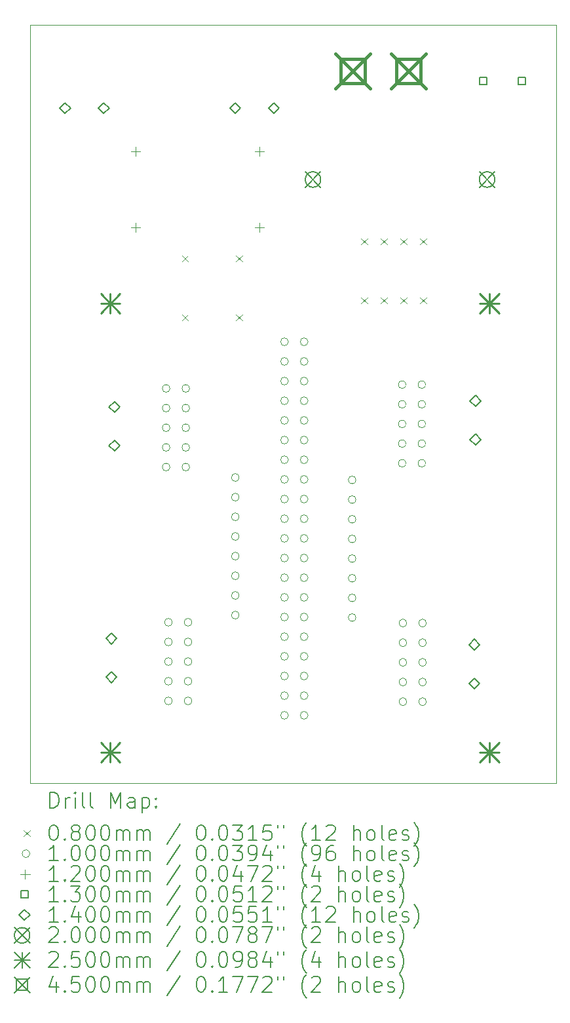
<source format=gbr>
%TF.GenerationSoftware,KiCad,Pcbnew,7.0.5*%
%TF.CreationDate,2023-06-21T07:28:41-05:00*%
%TF.ProjectId,pcbpai,70636270-6169-42e6-9b69-6361645f7063,rev?*%
%TF.SameCoordinates,Original*%
%TF.FileFunction,Drillmap*%
%TF.FilePolarity,Positive*%
%FSLAX45Y45*%
G04 Gerber Fmt 4.5, Leading zero omitted, Abs format (unit mm)*
G04 Created by KiCad (PCBNEW 7.0.5) date 2023-06-21 07:28:41*
%MOMM*%
%LPD*%
G01*
G04 APERTURE LIST*
%ADD10C,0.100000*%
%ADD11C,0.200000*%
%ADD12C,0.080000*%
%ADD13C,0.120000*%
%ADD14C,0.130000*%
%ADD15C,0.140000*%
%ADD16C,0.250000*%
%ADD17C,0.450000*%
G04 APERTURE END LIST*
D10*
X11000000Y-4400000D02*
X17800000Y-4400000D01*
X17800000Y-14200000D01*
X11000000Y-14200000D01*
X11000000Y-4400000D01*
D11*
D12*
X12960000Y-7379000D02*
X13040000Y-7459000D01*
X13040000Y-7379000D02*
X12960000Y-7459000D01*
X12960000Y-8141000D02*
X13040000Y-8221000D01*
X13040000Y-8141000D02*
X12960000Y-8221000D01*
X13660000Y-7379000D02*
X13740000Y-7459000D01*
X13740000Y-7379000D02*
X13660000Y-7459000D01*
X13660000Y-8141000D02*
X13740000Y-8221000D01*
X13740000Y-8141000D02*
X13660000Y-8221000D01*
X15278000Y-7160000D02*
X15358000Y-7240000D01*
X15358000Y-7160000D02*
X15278000Y-7240000D01*
X15278000Y-7922000D02*
X15358000Y-8002000D01*
X15358000Y-7922000D02*
X15278000Y-8002000D01*
X15532000Y-7160000D02*
X15612000Y-7240000D01*
X15612000Y-7160000D02*
X15532000Y-7240000D01*
X15532000Y-7922000D02*
X15612000Y-8002000D01*
X15612000Y-7922000D02*
X15532000Y-8002000D01*
X15786000Y-7160000D02*
X15866000Y-7240000D01*
X15866000Y-7160000D02*
X15786000Y-7240000D01*
X15786000Y-7922000D02*
X15866000Y-8002000D01*
X15866000Y-7922000D02*
X15786000Y-8002000D01*
X16040000Y-7160000D02*
X16120000Y-7240000D01*
X16120000Y-7160000D02*
X16040000Y-7240000D01*
X16040000Y-7922000D02*
X16120000Y-8002000D01*
X16120000Y-7922000D02*
X16040000Y-8002000D01*
D10*
X12806000Y-9098000D02*
G75*
G03*
X12806000Y-9098000I-50000J0D01*
G01*
X12806000Y-9352000D02*
G75*
G03*
X12806000Y-9352000I-50000J0D01*
G01*
X12806000Y-9606000D02*
G75*
G03*
X12806000Y-9606000I-50000J0D01*
G01*
X12806000Y-9860000D02*
G75*
G03*
X12806000Y-9860000I-50000J0D01*
G01*
X12806000Y-10114000D02*
G75*
G03*
X12806000Y-10114000I-50000J0D01*
G01*
X12836000Y-12120000D02*
G75*
G03*
X12836000Y-12120000I-50000J0D01*
G01*
X12836000Y-12374000D02*
G75*
G03*
X12836000Y-12374000I-50000J0D01*
G01*
X12836000Y-12628000D02*
G75*
G03*
X12836000Y-12628000I-50000J0D01*
G01*
X12836000Y-12882000D02*
G75*
G03*
X12836000Y-12882000I-50000J0D01*
G01*
X12836000Y-13136000D02*
G75*
G03*
X12836000Y-13136000I-50000J0D01*
G01*
X13060000Y-9098000D02*
G75*
G03*
X13060000Y-9098000I-50000J0D01*
G01*
X13060000Y-9352000D02*
G75*
G03*
X13060000Y-9352000I-50000J0D01*
G01*
X13060000Y-9606000D02*
G75*
G03*
X13060000Y-9606000I-50000J0D01*
G01*
X13060000Y-9860000D02*
G75*
G03*
X13060000Y-9860000I-50000J0D01*
G01*
X13060000Y-10114000D02*
G75*
G03*
X13060000Y-10114000I-50000J0D01*
G01*
X13090000Y-12120000D02*
G75*
G03*
X13090000Y-12120000I-50000J0D01*
G01*
X13090000Y-12374000D02*
G75*
G03*
X13090000Y-12374000I-50000J0D01*
G01*
X13090000Y-12628000D02*
G75*
G03*
X13090000Y-12628000I-50000J0D01*
G01*
X13090000Y-12882000D02*
G75*
G03*
X13090000Y-12882000I-50000J0D01*
G01*
X13090000Y-13136000D02*
G75*
G03*
X13090000Y-13136000I-50000J0D01*
G01*
X13700000Y-10250000D02*
G75*
G03*
X13700000Y-10250000I-50000J0D01*
G01*
X13700000Y-10504000D02*
G75*
G03*
X13700000Y-10504000I-50000J0D01*
G01*
X13700000Y-10758000D02*
G75*
G03*
X13700000Y-10758000I-50000J0D01*
G01*
X13700000Y-11012000D02*
G75*
G03*
X13700000Y-11012000I-50000J0D01*
G01*
X13700000Y-11266000D02*
G75*
G03*
X13700000Y-11266000I-50000J0D01*
G01*
X13700000Y-11520000D02*
G75*
G03*
X13700000Y-11520000I-50000J0D01*
G01*
X13700000Y-11774000D02*
G75*
G03*
X13700000Y-11774000I-50000J0D01*
G01*
X13700000Y-12028000D02*
G75*
G03*
X13700000Y-12028000I-50000J0D01*
G01*
X14335000Y-8496000D02*
G75*
G03*
X14335000Y-8496000I-50000J0D01*
G01*
X14335000Y-8750000D02*
G75*
G03*
X14335000Y-8750000I-50000J0D01*
G01*
X14335000Y-9004000D02*
G75*
G03*
X14335000Y-9004000I-50000J0D01*
G01*
X14335000Y-9258000D02*
G75*
G03*
X14335000Y-9258000I-50000J0D01*
G01*
X14335000Y-9512000D02*
G75*
G03*
X14335000Y-9512000I-50000J0D01*
G01*
X14335000Y-9766000D02*
G75*
G03*
X14335000Y-9766000I-50000J0D01*
G01*
X14335000Y-10020000D02*
G75*
G03*
X14335000Y-10020000I-50000J0D01*
G01*
X14335000Y-10274000D02*
G75*
G03*
X14335000Y-10274000I-50000J0D01*
G01*
X14335000Y-10528000D02*
G75*
G03*
X14335000Y-10528000I-50000J0D01*
G01*
X14335000Y-10782000D02*
G75*
G03*
X14335000Y-10782000I-50000J0D01*
G01*
X14335000Y-11036000D02*
G75*
G03*
X14335000Y-11036000I-50000J0D01*
G01*
X14335000Y-11290000D02*
G75*
G03*
X14335000Y-11290000I-50000J0D01*
G01*
X14335000Y-11544000D02*
G75*
G03*
X14335000Y-11544000I-50000J0D01*
G01*
X14335000Y-11798000D02*
G75*
G03*
X14335000Y-11798000I-50000J0D01*
G01*
X14335000Y-12052000D02*
G75*
G03*
X14335000Y-12052000I-50000J0D01*
G01*
X14335000Y-12306000D02*
G75*
G03*
X14335000Y-12306000I-50000J0D01*
G01*
X14335000Y-12560000D02*
G75*
G03*
X14335000Y-12560000I-50000J0D01*
G01*
X14335000Y-12814000D02*
G75*
G03*
X14335000Y-12814000I-50000J0D01*
G01*
X14335000Y-13068000D02*
G75*
G03*
X14335000Y-13068000I-50000J0D01*
G01*
X14335000Y-13322000D02*
G75*
G03*
X14335000Y-13322000I-50000J0D01*
G01*
X14589000Y-8496000D02*
G75*
G03*
X14589000Y-8496000I-50000J0D01*
G01*
X14589000Y-8750000D02*
G75*
G03*
X14589000Y-8750000I-50000J0D01*
G01*
X14589000Y-9004000D02*
G75*
G03*
X14589000Y-9004000I-50000J0D01*
G01*
X14589000Y-9258000D02*
G75*
G03*
X14589000Y-9258000I-50000J0D01*
G01*
X14589000Y-9512000D02*
G75*
G03*
X14589000Y-9512000I-50000J0D01*
G01*
X14589000Y-9766000D02*
G75*
G03*
X14589000Y-9766000I-50000J0D01*
G01*
X14589000Y-10020000D02*
G75*
G03*
X14589000Y-10020000I-50000J0D01*
G01*
X14589000Y-10274000D02*
G75*
G03*
X14589000Y-10274000I-50000J0D01*
G01*
X14589000Y-10528000D02*
G75*
G03*
X14589000Y-10528000I-50000J0D01*
G01*
X14589000Y-10782000D02*
G75*
G03*
X14589000Y-10782000I-50000J0D01*
G01*
X14589000Y-11036000D02*
G75*
G03*
X14589000Y-11036000I-50000J0D01*
G01*
X14589000Y-11290000D02*
G75*
G03*
X14589000Y-11290000I-50000J0D01*
G01*
X14589000Y-11544000D02*
G75*
G03*
X14589000Y-11544000I-50000J0D01*
G01*
X14589000Y-11798000D02*
G75*
G03*
X14589000Y-11798000I-50000J0D01*
G01*
X14589000Y-12052000D02*
G75*
G03*
X14589000Y-12052000I-50000J0D01*
G01*
X14589000Y-12306000D02*
G75*
G03*
X14589000Y-12306000I-50000J0D01*
G01*
X14589000Y-12560000D02*
G75*
G03*
X14589000Y-12560000I-50000J0D01*
G01*
X14589000Y-12814000D02*
G75*
G03*
X14589000Y-12814000I-50000J0D01*
G01*
X14589000Y-13068000D02*
G75*
G03*
X14589000Y-13068000I-50000J0D01*
G01*
X14589000Y-13322000D02*
G75*
G03*
X14589000Y-13322000I-50000J0D01*
G01*
X15210000Y-10282000D02*
G75*
G03*
X15210000Y-10282000I-50000J0D01*
G01*
X15210000Y-10536000D02*
G75*
G03*
X15210000Y-10536000I-50000J0D01*
G01*
X15210000Y-10790000D02*
G75*
G03*
X15210000Y-10790000I-50000J0D01*
G01*
X15210000Y-11044000D02*
G75*
G03*
X15210000Y-11044000I-50000J0D01*
G01*
X15210000Y-11298000D02*
G75*
G03*
X15210000Y-11298000I-50000J0D01*
G01*
X15210000Y-11552000D02*
G75*
G03*
X15210000Y-11552000I-50000J0D01*
G01*
X15210000Y-11806000D02*
G75*
G03*
X15210000Y-11806000I-50000J0D01*
G01*
X15210000Y-12060000D02*
G75*
G03*
X15210000Y-12060000I-50000J0D01*
G01*
X15856000Y-9050000D02*
G75*
G03*
X15856000Y-9050000I-50000J0D01*
G01*
X15856000Y-9304000D02*
G75*
G03*
X15856000Y-9304000I-50000J0D01*
G01*
X15856000Y-9558000D02*
G75*
G03*
X15856000Y-9558000I-50000J0D01*
G01*
X15856000Y-9812000D02*
G75*
G03*
X15856000Y-9812000I-50000J0D01*
G01*
X15856000Y-10066000D02*
G75*
G03*
X15856000Y-10066000I-50000J0D01*
G01*
X15866000Y-12130000D02*
G75*
G03*
X15866000Y-12130000I-50000J0D01*
G01*
X15866000Y-12384000D02*
G75*
G03*
X15866000Y-12384000I-50000J0D01*
G01*
X15866000Y-12638000D02*
G75*
G03*
X15866000Y-12638000I-50000J0D01*
G01*
X15866000Y-12892000D02*
G75*
G03*
X15866000Y-12892000I-50000J0D01*
G01*
X15866000Y-13146000D02*
G75*
G03*
X15866000Y-13146000I-50000J0D01*
G01*
X16110000Y-9050000D02*
G75*
G03*
X16110000Y-9050000I-50000J0D01*
G01*
X16110000Y-9304000D02*
G75*
G03*
X16110000Y-9304000I-50000J0D01*
G01*
X16110000Y-9558000D02*
G75*
G03*
X16110000Y-9558000I-50000J0D01*
G01*
X16110000Y-9812000D02*
G75*
G03*
X16110000Y-9812000I-50000J0D01*
G01*
X16110000Y-10066000D02*
G75*
G03*
X16110000Y-10066000I-50000J0D01*
G01*
X16120000Y-12130000D02*
G75*
G03*
X16120000Y-12130000I-50000J0D01*
G01*
X16120000Y-12384000D02*
G75*
G03*
X16120000Y-12384000I-50000J0D01*
G01*
X16120000Y-12638000D02*
G75*
G03*
X16120000Y-12638000I-50000J0D01*
G01*
X16120000Y-12892000D02*
G75*
G03*
X16120000Y-12892000I-50000J0D01*
G01*
X16120000Y-13146000D02*
G75*
G03*
X16120000Y-13146000I-50000J0D01*
G01*
D13*
X12360000Y-5980000D02*
X12360000Y-6100000D01*
X12300000Y-6040000D02*
X12420000Y-6040000D01*
X12360000Y-6960000D02*
X12360000Y-7080000D01*
X12300000Y-7020000D02*
X12420000Y-7020000D01*
X13960000Y-5980000D02*
X13960000Y-6100000D01*
X13900000Y-6040000D02*
X14020000Y-6040000D01*
X13960000Y-6960000D02*
X13960000Y-7080000D01*
X13900000Y-7020000D02*
X14020000Y-7020000D01*
D14*
X16895962Y-5175962D02*
X16895962Y-5084038D01*
X16804038Y-5084038D01*
X16804038Y-5175962D01*
X16895962Y-5175962D01*
X17395962Y-5175962D02*
X17395962Y-5084038D01*
X17304038Y-5084038D01*
X17304038Y-5175962D01*
X17395962Y-5175962D01*
D15*
X11450000Y-5547750D02*
X11520000Y-5477750D01*
X11450000Y-5407750D01*
X11380000Y-5477750D01*
X11450000Y-5547750D01*
X11950000Y-5547750D02*
X12020000Y-5477750D01*
X11950000Y-5407750D01*
X11880000Y-5477750D01*
X11950000Y-5547750D01*
X12047750Y-12400000D02*
X12117750Y-12330000D01*
X12047750Y-12260000D01*
X11977750Y-12330000D01*
X12047750Y-12400000D01*
X12047750Y-12900000D02*
X12117750Y-12830000D01*
X12047750Y-12760000D01*
X11977750Y-12830000D01*
X12047750Y-12900000D01*
X12087750Y-9410000D02*
X12157750Y-9340000D01*
X12087750Y-9270000D01*
X12017750Y-9340000D01*
X12087750Y-9410000D01*
X12087750Y-9910000D02*
X12157750Y-9840000D01*
X12087750Y-9770000D01*
X12017750Y-9840000D01*
X12087750Y-9910000D01*
X13650000Y-5547750D02*
X13720000Y-5477750D01*
X13650000Y-5407750D01*
X13580000Y-5477750D01*
X13650000Y-5547750D01*
X14150000Y-5547750D02*
X14220000Y-5477750D01*
X14150000Y-5407750D01*
X14080000Y-5477750D01*
X14150000Y-5547750D01*
X16740000Y-12480000D02*
X16810000Y-12410000D01*
X16740000Y-12340000D01*
X16670000Y-12410000D01*
X16740000Y-12480000D01*
X16740000Y-12980000D02*
X16810000Y-12910000D01*
X16740000Y-12840000D01*
X16670000Y-12910000D01*
X16740000Y-12980000D01*
X16752250Y-9330000D02*
X16822250Y-9260000D01*
X16752250Y-9190000D01*
X16682250Y-9260000D01*
X16752250Y-9330000D01*
X16752250Y-9830000D02*
X16822250Y-9760000D01*
X16752250Y-9690000D01*
X16682250Y-9760000D01*
X16752250Y-9830000D01*
D11*
X14553750Y-6300000D02*
X14753750Y-6500000D01*
X14753750Y-6300000D02*
X14553750Y-6500000D01*
X14753750Y-6400000D02*
G75*
G03*
X14753750Y-6400000I-100000J0D01*
G01*
X16803750Y-6300000D02*
X17003750Y-6500000D01*
X17003750Y-6300000D02*
X16803750Y-6500000D01*
X17003750Y-6400000D02*
G75*
G03*
X17003750Y-6400000I-100000J0D01*
G01*
D16*
X11910000Y-7875000D02*
X12160000Y-8125000D01*
X12160000Y-7875000D02*
X11910000Y-8125000D01*
X12035000Y-7875000D02*
X12035000Y-8125000D01*
X11910000Y-8000000D02*
X12160000Y-8000000D01*
X11910000Y-13675000D02*
X12160000Y-13925000D01*
X12160000Y-13675000D02*
X11910000Y-13925000D01*
X12035000Y-13675000D02*
X12035000Y-13925000D01*
X11910000Y-13800000D02*
X12160000Y-13800000D01*
X16810000Y-7875000D02*
X17060000Y-8125000D01*
X17060000Y-7875000D02*
X16810000Y-8125000D01*
X16935000Y-7875000D02*
X16935000Y-8125000D01*
X16810000Y-8000000D02*
X17060000Y-8000000D01*
X16810000Y-13675000D02*
X17060000Y-13925000D01*
X17060000Y-13675000D02*
X16810000Y-13925000D01*
X16935000Y-13675000D02*
X16935000Y-13925000D01*
X16810000Y-13800000D02*
X17060000Y-13800000D01*
D17*
X14945000Y-4775000D02*
X15395000Y-5225000D01*
X15395000Y-4775000D02*
X14945000Y-5225000D01*
X15329101Y-5159101D02*
X15329101Y-4840899D01*
X15010899Y-4840899D01*
X15010899Y-5159101D01*
X15329101Y-5159101D01*
X15665000Y-4775000D02*
X16115000Y-5225000D01*
X16115000Y-4775000D02*
X15665000Y-5225000D01*
X16049101Y-5159101D02*
X16049101Y-4840899D01*
X15730899Y-4840899D01*
X15730899Y-5159101D01*
X16049101Y-5159101D01*
D11*
X11255777Y-14516484D02*
X11255777Y-14316484D01*
X11255777Y-14316484D02*
X11303396Y-14316484D01*
X11303396Y-14316484D02*
X11331967Y-14326008D01*
X11331967Y-14326008D02*
X11351015Y-14345055D01*
X11351015Y-14345055D02*
X11360539Y-14364103D01*
X11360539Y-14364103D02*
X11370062Y-14402198D01*
X11370062Y-14402198D02*
X11370062Y-14430769D01*
X11370062Y-14430769D02*
X11360539Y-14468865D01*
X11360539Y-14468865D02*
X11351015Y-14487912D01*
X11351015Y-14487912D02*
X11331967Y-14506960D01*
X11331967Y-14506960D02*
X11303396Y-14516484D01*
X11303396Y-14516484D02*
X11255777Y-14516484D01*
X11455777Y-14516484D02*
X11455777Y-14383150D01*
X11455777Y-14421246D02*
X11465301Y-14402198D01*
X11465301Y-14402198D02*
X11474824Y-14392674D01*
X11474824Y-14392674D02*
X11493872Y-14383150D01*
X11493872Y-14383150D02*
X11512920Y-14383150D01*
X11579586Y-14516484D02*
X11579586Y-14383150D01*
X11579586Y-14316484D02*
X11570062Y-14326008D01*
X11570062Y-14326008D02*
X11579586Y-14335531D01*
X11579586Y-14335531D02*
X11589110Y-14326008D01*
X11589110Y-14326008D02*
X11579586Y-14316484D01*
X11579586Y-14316484D02*
X11579586Y-14335531D01*
X11703396Y-14516484D02*
X11684348Y-14506960D01*
X11684348Y-14506960D02*
X11674824Y-14487912D01*
X11674824Y-14487912D02*
X11674824Y-14316484D01*
X11808158Y-14516484D02*
X11789110Y-14506960D01*
X11789110Y-14506960D02*
X11779586Y-14487912D01*
X11779586Y-14487912D02*
X11779586Y-14316484D01*
X12036729Y-14516484D02*
X12036729Y-14316484D01*
X12036729Y-14316484D02*
X12103396Y-14459341D01*
X12103396Y-14459341D02*
X12170062Y-14316484D01*
X12170062Y-14316484D02*
X12170062Y-14516484D01*
X12351015Y-14516484D02*
X12351015Y-14411722D01*
X12351015Y-14411722D02*
X12341491Y-14392674D01*
X12341491Y-14392674D02*
X12322443Y-14383150D01*
X12322443Y-14383150D02*
X12284348Y-14383150D01*
X12284348Y-14383150D02*
X12265301Y-14392674D01*
X12351015Y-14506960D02*
X12331967Y-14516484D01*
X12331967Y-14516484D02*
X12284348Y-14516484D01*
X12284348Y-14516484D02*
X12265301Y-14506960D01*
X12265301Y-14506960D02*
X12255777Y-14487912D01*
X12255777Y-14487912D02*
X12255777Y-14468865D01*
X12255777Y-14468865D02*
X12265301Y-14449817D01*
X12265301Y-14449817D02*
X12284348Y-14440293D01*
X12284348Y-14440293D02*
X12331967Y-14440293D01*
X12331967Y-14440293D02*
X12351015Y-14430769D01*
X12446253Y-14383150D02*
X12446253Y-14583150D01*
X12446253Y-14392674D02*
X12465301Y-14383150D01*
X12465301Y-14383150D02*
X12503396Y-14383150D01*
X12503396Y-14383150D02*
X12522443Y-14392674D01*
X12522443Y-14392674D02*
X12531967Y-14402198D01*
X12531967Y-14402198D02*
X12541491Y-14421246D01*
X12541491Y-14421246D02*
X12541491Y-14478388D01*
X12541491Y-14478388D02*
X12531967Y-14497436D01*
X12531967Y-14497436D02*
X12522443Y-14506960D01*
X12522443Y-14506960D02*
X12503396Y-14516484D01*
X12503396Y-14516484D02*
X12465301Y-14516484D01*
X12465301Y-14516484D02*
X12446253Y-14506960D01*
X12627205Y-14497436D02*
X12636729Y-14506960D01*
X12636729Y-14506960D02*
X12627205Y-14516484D01*
X12627205Y-14516484D02*
X12617682Y-14506960D01*
X12617682Y-14506960D02*
X12627205Y-14497436D01*
X12627205Y-14497436D02*
X12627205Y-14516484D01*
X12627205Y-14392674D02*
X12636729Y-14402198D01*
X12636729Y-14402198D02*
X12627205Y-14411722D01*
X12627205Y-14411722D02*
X12617682Y-14402198D01*
X12617682Y-14402198D02*
X12627205Y-14392674D01*
X12627205Y-14392674D02*
X12627205Y-14411722D01*
D12*
X10915000Y-14805000D02*
X10995000Y-14885000D01*
X10995000Y-14805000D02*
X10915000Y-14885000D01*
D11*
X11293872Y-14736484D02*
X11312920Y-14736484D01*
X11312920Y-14736484D02*
X11331967Y-14746008D01*
X11331967Y-14746008D02*
X11341491Y-14755531D01*
X11341491Y-14755531D02*
X11351015Y-14774579D01*
X11351015Y-14774579D02*
X11360539Y-14812674D01*
X11360539Y-14812674D02*
X11360539Y-14860293D01*
X11360539Y-14860293D02*
X11351015Y-14898388D01*
X11351015Y-14898388D02*
X11341491Y-14917436D01*
X11341491Y-14917436D02*
X11331967Y-14926960D01*
X11331967Y-14926960D02*
X11312920Y-14936484D01*
X11312920Y-14936484D02*
X11293872Y-14936484D01*
X11293872Y-14936484D02*
X11274824Y-14926960D01*
X11274824Y-14926960D02*
X11265301Y-14917436D01*
X11265301Y-14917436D02*
X11255777Y-14898388D01*
X11255777Y-14898388D02*
X11246253Y-14860293D01*
X11246253Y-14860293D02*
X11246253Y-14812674D01*
X11246253Y-14812674D02*
X11255777Y-14774579D01*
X11255777Y-14774579D02*
X11265301Y-14755531D01*
X11265301Y-14755531D02*
X11274824Y-14746008D01*
X11274824Y-14746008D02*
X11293872Y-14736484D01*
X11446253Y-14917436D02*
X11455777Y-14926960D01*
X11455777Y-14926960D02*
X11446253Y-14936484D01*
X11446253Y-14936484D02*
X11436729Y-14926960D01*
X11436729Y-14926960D02*
X11446253Y-14917436D01*
X11446253Y-14917436D02*
X11446253Y-14936484D01*
X11570062Y-14822198D02*
X11551015Y-14812674D01*
X11551015Y-14812674D02*
X11541491Y-14803150D01*
X11541491Y-14803150D02*
X11531967Y-14784103D01*
X11531967Y-14784103D02*
X11531967Y-14774579D01*
X11531967Y-14774579D02*
X11541491Y-14755531D01*
X11541491Y-14755531D02*
X11551015Y-14746008D01*
X11551015Y-14746008D02*
X11570062Y-14736484D01*
X11570062Y-14736484D02*
X11608158Y-14736484D01*
X11608158Y-14736484D02*
X11627205Y-14746008D01*
X11627205Y-14746008D02*
X11636729Y-14755531D01*
X11636729Y-14755531D02*
X11646253Y-14774579D01*
X11646253Y-14774579D02*
X11646253Y-14784103D01*
X11646253Y-14784103D02*
X11636729Y-14803150D01*
X11636729Y-14803150D02*
X11627205Y-14812674D01*
X11627205Y-14812674D02*
X11608158Y-14822198D01*
X11608158Y-14822198D02*
X11570062Y-14822198D01*
X11570062Y-14822198D02*
X11551015Y-14831722D01*
X11551015Y-14831722D02*
X11541491Y-14841246D01*
X11541491Y-14841246D02*
X11531967Y-14860293D01*
X11531967Y-14860293D02*
X11531967Y-14898388D01*
X11531967Y-14898388D02*
X11541491Y-14917436D01*
X11541491Y-14917436D02*
X11551015Y-14926960D01*
X11551015Y-14926960D02*
X11570062Y-14936484D01*
X11570062Y-14936484D02*
X11608158Y-14936484D01*
X11608158Y-14936484D02*
X11627205Y-14926960D01*
X11627205Y-14926960D02*
X11636729Y-14917436D01*
X11636729Y-14917436D02*
X11646253Y-14898388D01*
X11646253Y-14898388D02*
X11646253Y-14860293D01*
X11646253Y-14860293D02*
X11636729Y-14841246D01*
X11636729Y-14841246D02*
X11627205Y-14831722D01*
X11627205Y-14831722D02*
X11608158Y-14822198D01*
X11770062Y-14736484D02*
X11789110Y-14736484D01*
X11789110Y-14736484D02*
X11808158Y-14746008D01*
X11808158Y-14746008D02*
X11817682Y-14755531D01*
X11817682Y-14755531D02*
X11827205Y-14774579D01*
X11827205Y-14774579D02*
X11836729Y-14812674D01*
X11836729Y-14812674D02*
X11836729Y-14860293D01*
X11836729Y-14860293D02*
X11827205Y-14898388D01*
X11827205Y-14898388D02*
X11817682Y-14917436D01*
X11817682Y-14917436D02*
X11808158Y-14926960D01*
X11808158Y-14926960D02*
X11789110Y-14936484D01*
X11789110Y-14936484D02*
X11770062Y-14936484D01*
X11770062Y-14936484D02*
X11751015Y-14926960D01*
X11751015Y-14926960D02*
X11741491Y-14917436D01*
X11741491Y-14917436D02*
X11731967Y-14898388D01*
X11731967Y-14898388D02*
X11722443Y-14860293D01*
X11722443Y-14860293D02*
X11722443Y-14812674D01*
X11722443Y-14812674D02*
X11731967Y-14774579D01*
X11731967Y-14774579D02*
X11741491Y-14755531D01*
X11741491Y-14755531D02*
X11751015Y-14746008D01*
X11751015Y-14746008D02*
X11770062Y-14736484D01*
X11960539Y-14736484D02*
X11979586Y-14736484D01*
X11979586Y-14736484D02*
X11998634Y-14746008D01*
X11998634Y-14746008D02*
X12008158Y-14755531D01*
X12008158Y-14755531D02*
X12017682Y-14774579D01*
X12017682Y-14774579D02*
X12027205Y-14812674D01*
X12027205Y-14812674D02*
X12027205Y-14860293D01*
X12027205Y-14860293D02*
X12017682Y-14898388D01*
X12017682Y-14898388D02*
X12008158Y-14917436D01*
X12008158Y-14917436D02*
X11998634Y-14926960D01*
X11998634Y-14926960D02*
X11979586Y-14936484D01*
X11979586Y-14936484D02*
X11960539Y-14936484D01*
X11960539Y-14936484D02*
X11941491Y-14926960D01*
X11941491Y-14926960D02*
X11931967Y-14917436D01*
X11931967Y-14917436D02*
X11922443Y-14898388D01*
X11922443Y-14898388D02*
X11912920Y-14860293D01*
X11912920Y-14860293D02*
X11912920Y-14812674D01*
X11912920Y-14812674D02*
X11922443Y-14774579D01*
X11922443Y-14774579D02*
X11931967Y-14755531D01*
X11931967Y-14755531D02*
X11941491Y-14746008D01*
X11941491Y-14746008D02*
X11960539Y-14736484D01*
X12112920Y-14936484D02*
X12112920Y-14803150D01*
X12112920Y-14822198D02*
X12122443Y-14812674D01*
X12122443Y-14812674D02*
X12141491Y-14803150D01*
X12141491Y-14803150D02*
X12170063Y-14803150D01*
X12170063Y-14803150D02*
X12189110Y-14812674D01*
X12189110Y-14812674D02*
X12198634Y-14831722D01*
X12198634Y-14831722D02*
X12198634Y-14936484D01*
X12198634Y-14831722D02*
X12208158Y-14812674D01*
X12208158Y-14812674D02*
X12227205Y-14803150D01*
X12227205Y-14803150D02*
X12255777Y-14803150D01*
X12255777Y-14803150D02*
X12274824Y-14812674D01*
X12274824Y-14812674D02*
X12284348Y-14831722D01*
X12284348Y-14831722D02*
X12284348Y-14936484D01*
X12379586Y-14936484D02*
X12379586Y-14803150D01*
X12379586Y-14822198D02*
X12389110Y-14812674D01*
X12389110Y-14812674D02*
X12408158Y-14803150D01*
X12408158Y-14803150D02*
X12436729Y-14803150D01*
X12436729Y-14803150D02*
X12455777Y-14812674D01*
X12455777Y-14812674D02*
X12465301Y-14831722D01*
X12465301Y-14831722D02*
X12465301Y-14936484D01*
X12465301Y-14831722D02*
X12474824Y-14812674D01*
X12474824Y-14812674D02*
X12493872Y-14803150D01*
X12493872Y-14803150D02*
X12522443Y-14803150D01*
X12522443Y-14803150D02*
X12541491Y-14812674D01*
X12541491Y-14812674D02*
X12551015Y-14831722D01*
X12551015Y-14831722D02*
X12551015Y-14936484D01*
X12941491Y-14726960D02*
X12770063Y-14984103D01*
X13198634Y-14736484D02*
X13217682Y-14736484D01*
X13217682Y-14736484D02*
X13236729Y-14746008D01*
X13236729Y-14746008D02*
X13246253Y-14755531D01*
X13246253Y-14755531D02*
X13255777Y-14774579D01*
X13255777Y-14774579D02*
X13265301Y-14812674D01*
X13265301Y-14812674D02*
X13265301Y-14860293D01*
X13265301Y-14860293D02*
X13255777Y-14898388D01*
X13255777Y-14898388D02*
X13246253Y-14917436D01*
X13246253Y-14917436D02*
X13236729Y-14926960D01*
X13236729Y-14926960D02*
X13217682Y-14936484D01*
X13217682Y-14936484D02*
X13198634Y-14936484D01*
X13198634Y-14936484D02*
X13179586Y-14926960D01*
X13179586Y-14926960D02*
X13170063Y-14917436D01*
X13170063Y-14917436D02*
X13160539Y-14898388D01*
X13160539Y-14898388D02*
X13151015Y-14860293D01*
X13151015Y-14860293D02*
X13151015Y-14812674D01*
X13151015Y-14812674D02*
X13160539Y-14774579D01*
X13160539Y-14774579D02*
X13170063Y-14755531D01*
X13170063Y-14755531D02*
X13179586Y-14746008D01*
X13179586Y-14746008D02*
X13198634Y-14736484D01*
X13351015Y-14917436D02*
X13360539Y-14926960D01*
X13360539Y-14926960D02*
X13351015Y-14936484D01*
X13351015Y-14936484D02*
X13341491Y-14926960D01*
X13341491Y-14926960D02*
X13351015Y-14917436D01*
X13351015Y-14917436D02*
X13351015Y-14936484D01*
X13484348Y-14736484D02*
X13503396Y-14736484D01*
X13503396Y-14736484D02*
X13522444Y-14746008D01*
X13522444Y-14746008D02*
X13531967Y-14755531D01*
X13531967Y-14755531D02*
X13541491Y-14774579D01*
X13541491Y-14774579D02*
X13551015Y-14812674D01*
X13551015Y-14812674D02*
X13551015Y-14860293D01*
X13551015Y-14860293D02*
X13541491Y-14898388D01*
X13541491Y-14898388D02*
X13531967Y-14917436D01*
X13531967Y-14917436D02*
X13522444Y-14926960D01*
X13522444Y-14926960D02*
X13503396Y-14936484D01*
X13503396Y-14936484D02*
X13484348Y-14936484D01*
X13484348Y-14936484D02*
X13465301Y-14926960D01*
X13465301Y-14926960D02*
X13455777Y-14917436D01*
X13455777Y-14917436D02*
X13446253Y-14898388D01*
X13446253Y-14898388D02*
X13436729Y-14860293D01*
X13436729Y-14860293D02*
X13436729Y-14812674D01*
X13436729Y-14812674D02*
X13446253Y-14774579D01*
X13446253Y-14774579D02*
X13455777Y-14755531D01*
X13455777Y-14755531D02*
X13465301Y-14746008D01*
X13465301Y-14746008D02*
X13484348Y-14736484D01*
X13617682Y-14736484D02*
X13741491Y-14736484D01*
X13741491Y-14736484D02*
X13674825Y-14812674D01*
X13674825Y-14812674D02*
X13703396Y-14812674D01*
X13703396Y-14812674D02*
X13722444Y-14822198D01*
X13722444Y-14822198D02*
X13731967Y-14831722D01*
X13731967Y-14831722D02*
X13741491Y-14850769D01*
X13741491Y-14850769D02*
X13741491Y-14898388D01*
X13741491Y-14898388D02*
X13731967Y-14917436D01*
X13731967Y-14917436D02*
X13722444Y-14926960D01*
X13722444Y-14926960D02*
X13703396Y-14936484D01*
X13703396Y-14936484D02*
X13646253Y-14936484D01*
X13646253Y-14936484D02*
X13627206Y-14926960D01*
X13627206Y-14926960D02*
X13617682Y-14917436D01*
X13931967Y-14936484D02*
X13817682Y-14936484D01*
X13874825Y-14936484D02*
X13874825Y-14736484D01*
X13874825Y-14736484D02*
X13855777Y-14765055D01*
X13855777Y-14765055D02*
X13836729Y-14784103D01*
X13836729Y-14784103D02*
X13817682Y-14793627D01*
X14112920Y-14736484D02*
X14017682Y-14736484D01*
X14017682Y-14736484D02*
X14008158Y-14831722D01*
X14008158Y-14831722D02*
X14017682Y-14822198D01*
X14017682Y-14822198D02*
X14036729Y-14812674D01*
X14036729Y-14812674D02*
X14084348Y-14812674D01*
X14084348Y-14812674D02*
X14103396Y-14822198D01*
X14103396Y-14822198D02*
X14112920Y-14831722D01*
X14112920Y-14831722D02*
X14122444Y-14850769D01*
X14122444Y-14850769D02*
X14122444Y-14898388D01*
X14122444Y-14898388D02*
X14112920Y-14917436D01*
X14112920Y-14917436D02*
X14103396Y-14926960D01*
X14103396Y-14926960D02*
X14084348Y-14936484D01*
X14084348Y-14936484D02*
X14036729Y-14936484D01*
X14036729Y-14936484D02*
X14017682Y-14926960D01*
X14017682Y-14926960D02*
X14008158Y-14917436D01*
X14198634Y-14736484D02*
X14198634Y-14774579D01*
X14274825Y-14736484D02*
X14274825Y-14774579D01*
X14570063Y-15012674D02*
X14560539Y-15003150D01*
X14560539Y-15003150D02*
X14541491Y-14974579D01*
X14541491Y-14974579D02*
X14531968Y-14955531D01*
X14531968Y-14955531D02*
X14522444Y-14926960D01*
X14522444Y-14926960D02*
X14512920Y-14879341D01*
X14512920Y-14879341D02*
X14512920Y-14841246D01*
X14512920Y-14841246D02*
X14522444Y-14793627D01*
X14522444Y-14793627D02*
X14531968Y-14765055D01*
X14531968Y-14765055D02*
X14541491Y-14746008D01*
X14541491Y-14746008D02*
X14560539Y-14717436D01*
X14560539Y-14717436D02*
X14570063Y-14707912D01*
X14751015Y-14936484D02*
X14636729Y-14936484D01*
X14693872Y-14936484D02*
X14693872Y-14736484D01*
X14693872Y-14736484D02*
X14674825Y-14765055D01*
X14674825Y-14765055D02*
X14655777Y-14784103D01*
X14655777Y-14784103D02*
X14636729Y-14793627D01*
X14827206Y-14755531D02*
X14836729Y-14746008D01*
X14836729Y-14746008D02*
X14855777Y-14736484D01*
X14855777Y-14736484D02*
X14903396Y-14736484D01*
X14903396Y-14736484D02*
X14922444Y-14746008D01*
X14922444Y-14746008D02*
X14931968Y-14755531D01*
X14931968Y-14755531D02*
X14941491Y-14774579D01*
X14941491Y-14774579D02*
X14941491Y-14793627D01*
X14941491Y-14793627D02*
X14931968Y-14822198D01*
X14931968Y-14822198D02*
X14817682Y-14936484D01*
X14817682Y-14936484D02*
X14941491Y-14936484D01*
X15179587Y-14936484D02*
X15179587Y-14736484D01*
X15265301Y-14936484D02*
X15265301Y-14831722D01*
X15265301Y-14831722D02*
X15255777Y-14812674D01*
X15255777Y-14812674D02*
X15236730Y-14803150D01*
X15236730Y-14803150D02*
X15208158Y-14803150D01*
X15208158Y-14803150D02*
X15189110Y-14812674D01*
X15189110Y-14812674D02*
X15179587Y-14822198D01*
X15389110Y-14936484D02*
X15370063Y-14926960D01*
X15370063Y-14926960D02*
X15360539Y-14917436D01*
X15360539Y-14917436D02*
X15351015Y-14898388D01*
X15351015Y-14898388D02*
X15351015Y-14841246D01*
X15351015Y-14841246D02*
X15360539Y-14822198D01*
X15360539Y-14822198D02*
X15370063Y-14812674D01*
X15370063Y-14812674D02*
X15389110Y-14803150D01*
X15389110Y-14803150D02*
X15417682Y-14803150D01*
X15417682Y-14803150D02*
X15436730Y-14812674D01*
X15436730Y-14812674D02*
X15446253Y-14822198D01*
X15446253Y-14822198D02*
X15455777Y-14841246D01*
X15455777Y-14841246D02*
X15455777Y-14898388D01*
X15455777Y-14898388D02*
X15446253Y-14917436D01*
X15446253Y-14917436D02*
X15436730Y-14926960D01*
X15436730Y-14926960D02*
X15417682Y-14936484D01*
X15417682Y-14936484D02*
X15389110Y-14936484D01*
X15570063Y-14936484D02*
X15551015Y-14926960D01*
X15551015Y-14926960D02*
X15541491Y-14907912D01*
X15541491Y-14907912D02*
X15541491Y-14736484D01*
X15722444Y-14926960D02*
X15703396Y-14936484D01*
X15703396Y-14936484D02*
X15665301Y-14936484D01*
X15665301Y-14936484D02*
X15646253Y-14926960D01*
X15646253Y-14926960D02*
X15636730Y-14907912D01*
X15636730Y-14907912D02*
X15636730Y-14831722D01*
X15636730Y-14831722D02*
X15646253Y-14812674D01*
X15646253Y-14812674D02*
X15665301Y-14803150D01*
X15665301Y-14803150D02*
X15703396Y-14803150D01*
X15703396Y-14803150D02*
X15722444Y-14812674D01*
X15722444Y-14812674D02*
X15731968Y-14831722D01*
X15731968Y-14831722D02*
X15731968Y-14850769D01*
X15731968Y-14850769D02*
X15636730Y-14869817D01*
X15808158Y-14926960D02*
X15827206Y-14936484D01*
X15827206Y-14936484D02*
X15865301Y-14936484D01*
X15865301Y-14936484D02*
X15884349Y-14926960D01*
X15884349Y-14926960D02*
X15893872Y-14907912D01*
X15893872Y-14907912D02*
X15893872Y-14898388D01*
X15893872Y-14898388D02*
X15884349Y-14879341D01*
X15884349Y-14879341D02*
X15865301Y-14869817D01*
X15865301Y-14869817D02*
X15836730Y-14869817D01*
X15836730Y-14869817D02*
X15817682Y-14860293D01*
X15817682Y-14860293D02*
X15808158Y-14841246D01*
X15808158Y-14841246D02*
X15808158Y-14831722D01*
X15808158Y-14831722D02*
X15817682Y-14812674D01*
X15817682Y-14812674D02*
X15836730Y-14803150D01*
X15836730Y-14803150D02*
X15865301Y-14803150D01*
X15865301Y-14803150D02*
X15884349Y-14812674D01*
X15960539Y-15012674D02*
X15970063Y-15003150D01*
X15970063Y-15003150D02*
X15989111Y-14974579D01*
X15989111Y-14974579D02*
X15998634Y-14955531D01*
X15998634Y-14955531D02*
X16008158Y-14926960D01*
X16008158Y-14926960D02*
X16017682Y-14879341D01*
X16017682Y-14879341D02*
X16017682Y-14841246D01*
X16017682Y-14841246D02*
X16008158Y-14793627D01*
X16008158Y-14793627D02*
X15998634Y-14765055D01*
X15998634Y-14765055D02*
X15989111Y-14746008D01*
X15989111Y-14746008D02*
X15970063Y-14717436D01*
X15970063Y-14717436D02*
X15960539Y-14707912D01*
D10*
X10995000Y-15109000D02*
G75*
G03*
X10995000Y-15109000I-50000J0D01*
G01*
D11*
X11360539Y-15200484D02*
X11246253Y-15200484D01*
X11303396Y-15200484D02*
X11303396Y-15000484D01*
X11303396Y-15000484D02*
X11284348Y-15029055D01*
X11284348Y-15029055D02*
X11265301Y-15048103D01*
X11265301Y-15048103D02*
X11246253Y-15057627D01*
X11446253Y-15181436D02*
X11455777Y-15190960D01*
X11455777Y-15190960D02*
X11446253Y-15200484D01*
X11446253Y-15200484D02*
X11436729Y-15190960D01*
X11436729Y-15190960D02*
X11446253Y-15181436D01*
X11446253Y-15181436D02*
X11446253Y-15200484D01*
X11579586Y-15000484D02*
X11598634Y-15000484D01*
X11598634Y-15000484D02*
X11617682Y-15010008D01*
X11617682Y-15010008D02*
X11627205Y-15019531D01*
X11627205Y-15019531D02*
X11636729Y-15038579D01*
X11636729Y-15038579D02*
X11646253Y-15076674D01*
X11646253Y-15076674D02*
X11646253Y-15124293D01*
X11646253Y-15124293D02*
X11636729Y-15162388D01*
X11636729Y-15162388D02*
X11627205Y-15181436D01*
X11627205Y-15181436D02*
X11617682Y-15190960D01*
X11617682Y-15190960D02*
X11598634Y-15200484D01*
X11598634Y-15200484D02*
X11579586Y-15200484D01*
X11579586Y-15200484D02*
X11560539Y-15190960D01*
X11560539Y-15190960D02*
X11551015Y-15181436D01*
X11551015Y-15181436D02*
X11541491Y-15162388D01*
X11541491Y-15162388D02*
X11531967Y-15124293D01*
X11531967Y-15124293D02*
X11531967Y-15076674D01*
X11531967Y-15076674D02*
X11541491Y-15038579D01*
X11541491Y-15038579D02*
X11551015Y-15019531D01*
X11551015Y-15019531D02*
X11560539Y-15010008D01*
X11560539Y-15010008D02*
X11579586Y-15000484D01*
X11770062Y-15000484D02*
X11789110Y-15000484D01*
X11789110Y-15000484D02*
X11808158Y-15010008D01*
X11808158Y-15010008D02*
X11817682Y-15019531D01*
X11817682Y-15019531D02*
X11827205Y-15038579D01*
X11827205Y-15038579D02*
X11836729Y-15076674D01*
X11836729Y-15076674D02*
X11836729Y-15124293D01*
X11836729Y-15124293D02*
X11827205Y-15162388D01*
X11827205Y-15162388D02*
X11817682Y-15181436D01*
X11817682Y-15181436D02*
X11808158Y-15190960D01*
X11808158Y-15190960D02*
X11789110Y-15200484D01*
X11789110Y-15200484D02*
X11770062Y-15200484D01*
X11770062Y-15200484D02*
X11751015Y-15190960D01*
X11751015Y-15190960D02*
X11741491Y-15181436D01*
X11741491Y-15181436D02*
X11731967Y-15162388D01*
X11731967Y-15162388D02*
X11722443Y-15124293D01*
X11722443Y-15124293D02*
X11722443Y-15076674D01*
X11722443Y-15076674D02*
X11731967Y-15038579D01*
X11731967Y-15038579D02*
X11741491Y-15019531D01*
X11741491Y-15019531D02*
X11751015Y-15010008D01*
X11751015Y-15010008D02*
X11770062Y-15000484D01*
X11960539Y-15000484D02*
X11979586Y-15000484D01*
X11979586Y-15000484D02*
X11998634Y-15010008D01*
X11998634Y-15010008D02*
X12008158Y-15019531D01*
X12008158Y-15019531D02*
X12017682Y-15038579D01*
X12017682Y-15038579D02*
X12027205Y-15076674D01*
X12027205Y-15076674D02*
X12027205Y-15124293D01*
X12027205Y-15124293D02*
X12017682Y-15162388D01*
X12017682Y-15162388D02*
X12008158Y-15181436D01*
X12008158Y-15181436D02*
X11998634Y-15190960D01*
X11998634Y-15190960D02*
X11979586Y-15200484D01*
X11979586Y-15200484D02*
X11960539Y-15200484D01*
X11960539Y-15200484D02*
X11941491Y-15190960D01*
X11941491Y-15190960D02*
X11931967Y-15181436D01*
X11931967Y-15181436D02*
X11922443Y-15162388D01*
X11922443Y-15162388D02*
X11912920Y-15124293D01*
X11912920Y-15124293D02*
X11912920Y-15076674D01*
X11912920Y-15076674D02*
X11922443Y-15038579D01*
X11922443Y-15038579D02*
X11931967Y-15019531D01*
X11931967Y-15019531D02*
X11941491Y-15010008D01*
X11941491Y-15010008D02*
X11960539Y-15000484D01*
X12112920Y-15200484D02*
X12112920Y-15067150D01*
X12112920Y-15086198D02*
X12122443Y-15076674D01*
X12122443Y-15076674D02*
X12141491Y-15067150D01*
X12141491Y-15067150D02*
X12170063Y-15067150D01*
X12170063Y-15067150D02*
X12189110Y-15076674D01*
X12189110Y-15076674D02*
X12198634Y-15095722D01*
X12198634Y-15095722D02*
X12198634Y-15200484D01*
X12198634Y-15095722D02*
X12208158Y-15076674D01*
X12208158Y-15076674D02*
X12227205Y-15067150D01*
X12227205Y-15067150D02*
X12255777Y-15067150D01*
X12255777Y-15067150D02*
X12274824Y-15076674D01*
X12274824Y-15076674D02*
X12284348Y-15095722D01*
X12284348Y-15095722D02*
X12284348Y-15200484D01*
X12379586Y-15200484D02*
X12379586Y-15067150D01*
X12379586Y-15086198D02*
X12389110Y-15076674D01*
X12389110Y-15076674D02*
X12408158Y-15067150D01*
X12408158Y-15067150D02*
X12436729Y-15067150D01*
X12436729Y-15067150D02*
X12455777Y-15076674D01*
X12455777Y-15076674D02*
X12465301Y-15095722D01*
X12465301Y-15095722D02*
X12465301Y-15200484D01*
X12465301Y-15095722D02*
X12474824Y-15076674D01*
X12474824Y-15076674D02*
X12493872Y-15067150D01*
X12493872Y-15067150D02*
X12522443Y-15067150D01*
X12522443Y-15067150D02*
X12541491Y-15076674D01*
X12541491Y-15076674D02*
X12551015Y-15095722D01*
X12551015Y-15095722D02*
X12551015Y-15200484D01*
X12941491Y-14990960D02*
X12770063Y-15248103D01*
X13198634Y-15000484D02*
X13217682Y-15000484D01*
X13217682Y-15000484D02*
X13236729Y-15010008D01*
X13236729Y-15010008D02*
X13246253Y-15019531D01*
X13246253Y-15019531D02*
X13255777Y-15038579D01*
X13255777Y-15038579D02*
X13265301Y-15076674D01*
X13265301Y-15076674D02*
X13265301Y-15124293D01*
X13265301Y-15124293D02*
X13255777Y-15162388D01*
X13255777Y-15162388D02*
X13246253Y-15181436D01*
X13246253Y-15181436D02*
X13236729Y-15190960D01*
X13236729Y-15190960D02*
X13217682Y-15200484D01*
X13217682Y-15200484D02*
X13198634Y-15200484D01*
X13198634Y-15200484D02*
X13179586Y-15190960D01*
X13179586Y-15190960D02*
X13170063Y-15181436D01*
X13170063Y-15181436D02*
X13160539Y-15162388D01*
X13160539Y-15162388D02*
X13151015Y-15124293D01*
X13151015Y-15124293D02*
X13151015Y-15076674D01*
X13151015Y-15076674D02*
X13160539Y-15038579D01*
X13160539Y-15038579D02*
X13170063Y-15019531D01*
X13170063Y-15019531D02*
X13179586Y-15010008D01*
X13179586Y-15010008D02*
X13198634Y-15000484D01*
X13351015Y-15181436D02*
X13360539Y-15190960D01*
X13360539Y-15190960D02*
X13351015Y-15200484D01*
X13351015Y-15200484D02*
X13341491Y-15190960D01*
X13341491Y-15190960D02*
X13351015Y-15181436D01*
X13351015Y-15181436D02*
X13351015Y-15200484D01*
X13484348Y-15000484D02*
X13503396Y-15000484D01*
X13503396Y-15000484D02*
X13522444Y-15010008D01*
X13522444Y-15010008D02*
X13531967Y-15019531D01*
X13531967Y-15019531D02*
X13541491Y-15038579D01*
X13541491Y-15038579D02*
X13551015Y-15076674D01*
X13551015Y-15076674D02*
X13551015Y-15124293D01*
X13551015Y-15124293D02*
X13541491Y-15162388D01*
X13541491Y-15162388D02*
X13531967Y-15181436D01*
X13531967Y-15181436D02*
X13522444Y-15190960D01*
X13522444Y-15190960D02*
X13503396Y-15200484D01*
X13503396Y-15200484D02*
X13484348Y-15200484D01*
X13484348Y-15200484D02*
X13465301Y-15190960D01*
X13465301Y-15190960D02*
X13455777Y-15181436D01*
X13455777Y-15181436D02*
X13446253Y-15162388D01*
X13446253Y-15162388D02*
X13436729Y-15124293D01*
X13436729Y-15124293D02*
X13436729Y-15076674D01*
X13436729Y-15076674D02*
X13446253Y-15038579D01*
X13446253Y-15038579D02*
X13455777Y-15019531D01*
X13455777Y-15019531D02*
X13465301Y-15010008D01*
X13465301Y-15010008D02*
X13484348Y-15000484D01*
X13617682Y-15000484D02*
X13741491Y-15000484D01*
X13741491Y-15000484D02*
X13674825Y-15076674D01*
X13674825Y-15076674D02*
X13703396Y-15076674D01*
X13703396Y-15076674D02*
X13722444Y-15086198D01*
X13722444Y-15086198D02*
X13731967Y-15095722D01*
X13731967Y-15095722D02*
X13741491Y-15114769D01*
X13741491Y-15114769D02*
X13741491Y-15162388D01*
X13741491Y-15162388D02*
X13731967Y-15181436D01*
X13731967Y-15181436D02*
X13722444Y-15190960D01*
X13722444Y-15190960D02*
X13703396Y-15200484D01*
X13703396Y-15200484D02*
X13646253Y-15200484D01*
X13646253Y-15200484D02*
X13627206Y-15190960D01*
X13627206Y-15190960D02*
X13617682Y-15181436D01*
X13836729Y-15200484D02*
X13874825Y-15200484D01*
X13874825Y-15200484D02*
X13893872Y-15190960D01*
X13893872Y-15190960D02*
X13903396Y-15181436D01*
X13903396Y-15181436D02*
X13922444Y-15152865D01*
X13922444Y-15152865D02*
X13931967Y-15114769D01*
X13931967Y-15114769D02*
X13931967Y-15038579D01*
X13931967Y-15038579D02*
X13922444Y-15019531D01*
X13922444Y-15019531D02*
X13912920Y-15010008D01*
X13912920Y-15010008D02*
X13893872Y-15000484D01*
X13893872Y-15000484D02*
X13855777Y-15000484D01*
X13855777Y-15000484D02*
X13836729Y-15010008D01*
X13836729Y-15010008D02*
X13827206Y-15019531D01*
X13827206Y-15019531D02*
X13817682Y-15038579D01*
X13817682Y-15038579D02*
X13817682Y-15086198D01*
X13817682Y-15086198D02*
X13827206Y-15105246D01*
X13827206Y-15105246D02*
X13836729Y-15114769D01*
X13836729Y-15114769D02*
X13855777Y-15124293D01*
X13855777Y-15124293D02*
X13893872Y-15124293D01*
X13893872Y-15124293D02*
X13912920Y-15114769D01*
X13912920Y-15114769D02*
X13922444Y-15105246D01*
X13922444Y-15105246D02*
X13931967Y-15086198D01*
X14103396Y-15067150D02*
X14103396Y-15200484D01*
X14055777Y-14990960D02*
X14008158Y-15133817D01*
X14008158Y-15133817D02*
X14131967Y-15133817D01*
X14198634Y-15000484D02*
X14198634Y-15038579D01*
X14274825Y-15000484D02*
X14274825Y-15038579D01*
X14570063Y-15276674D02*
X14560539Y-15267150D01*
X14560539Y-15267150D02*
X14541491Y-15238579D01*
X14541491Y-15238579D02*
X14531968Y-15219531D01*
X14531968Y-15219531D02*
X14522444Y-15190960D01*
X14522444Y-15190960D02*
X14512920Y-15143341D01*
X14512920Y-15143341D02*
X14512920Y-15105246D01*
X14512920Y-15105246D02*
X14522444Y-15057627D01*
X14522444Y-15057627D02*
X14531968Y-15029055D01*
X14531968Y-15029055D02*
X14541491Y-15010008D01*
X14541491Y-15010008D02*
X14560539Y-14981436D01*
X14560539Y-14981436D02*
X14570063Y-14971912D01*
X14655777Y-15200484D02*
X14693872Y-15200484D01*
X14693872Y-15200484D02*
X14712920Y-15190960D01*
X14712920Y-15190960D02*
X14722444Y-15181436D01*
X14722444Y-15181436D02*
X14741491Y-15152865D01*
X14741491Y-15152865D02*
X14751015Y-15114769D01*
X14751015Y-15114769D02*
X14751015Y-15038579D01*
X14751015Y-15038579D02*
X14741491Y-15019531D01*
X14741491Y-15019531D02*
X14731968Y-15010008D01*
X14731968Y-15010008D02*
X14712920Y-15000484D01*
X14712920Y-15000484D02*
X14674825Y-15000484D01*
X14674825Y-15000484D02*
X14655777Y-15010008D01*
X14655777Y-15010008D02*
X14646253Y-15019531D01*
X14646253Y-15019531D02*
X14636729Y-15038579D01*
X14636729Y-15038579D02*
X14636729Y-15086198D01*
X14636729Y-15086198D02*
X14646253Y-15105246D01*
X14646253Y-15105246D02*
X14655777Y-15114769D01*
X14655777Y-15114769D02*
X14674825Y-15124293D01*
X14674825Y-15124293D02*
X14712920Y-15124293D01*
X14712920Y-15124293D02*
X14731968Y-15114769D01*
X14731968Y-15114769D02*
X14741491Y-15105246D01*
X14741491Y-15105246D02*
X14751015Y-15086198D01*
X14922444Y-15000484D02*
X14884348Y-15000484D01*
X14884348Y-15000484D02*
X14865301Y-15010008D01*
X14865301Y-15010008D02*
X14855777Y-15019531D01*
X14855777Y-15019531D02*
X14836729Y-15048103D01*
X14836729Y-15048103D02*
X14827206Y-15086198D01*
X14827206Y-15086198D02*
X14827206Y-15162388D01*
X14827206Y-15162388D02*
X14836729Y-15181436D01*
X14836729Y-15181436D02*
X14846253Y-15190960D01*
X14846253Y-15190960D02*
X14865301Y-15200484D01*
X14865301Y-15200484D02*
X14903396Y-15200484D01*
X14903396Y-15200484D02*
X14922444Y-15190960D01*
X14922444Y-15190960D02*
X14931968Y-15181436D01*
X14931968Y-15181436D02*
X14941491Y-15162388D01*
X14941491Y-15162388D02*
X14941491Y-15114769D01*
X14941491Y-15114769D02*
X14931968Y-15095722D01*
X14931968Y-15095722D02*
X14922444Y-15086198D01*
X14922444Y-15086198D02*
X14903396Y-15076674D01*
X14903396Y-15076674D02*
X14865301Y-15076674D01*
X14865301Y-15076674D02*
X14846253Y-15086198D01*
X14846253Y-15086198D02*
X14836729Y-15095722D01*
X14836729Y-15095722D02*
X14827206Y-15114769D01*
X15179587Y-15200484D02*
X15179587Y-15000484D01*
X15265301Y-15200484D02*
X15265301Y-15095722D01*
X15265301Y-15095722D02*
X15255777Y-15076674D01*
X15255777Y-15076674D02*
X15236730Y-15067150D01*
X15236730Y-15067150D02*
X15208158Y-15067150D01*
X15208158Y-15067150D02*
X15189110Y-15076674D01*
X15189110Y-15076674D02*
X15179587Y-15086198D01*
X15389110Y-15200484D02*
X15370063Y-15190960D01*
X15370063Y-15190960D02*
X15360539Y-15181436D01*
X15360539Y-15181436D02*
X15351015Y-15162388D01*
X15351015Y-15162388D02*
X15351015Y-15105246D01*
X15351015Y-15105246D02*
X15360539Y-15086198D01*
X15360539Y-15086198D02*
X15370063Y-15076674D01*
X15370063Y-15076674D02*
X15389110Y-15067150D01*
X15389110Y-15067150D02*
X15417682Y-15067150D01*
X15417682Y-15067150D02*
X15436730Y-15076674D01*
X15436730Y-15076674D02*
X15446253Y-15086198D01*
X15446253Y-15086198D02*
X15455777Y-15105246D01*
X15455777Y-15105246D02*
X15455777Y-15162388D01*
X15455777Y-15162388D02*
X15446253Y-15181436D01*
X15446253Y-15181436D02*
X15436730Y-15190960D01*
X15436730Y-15190960D02*
X15417682Y-15200484D01*
X15417682Y-15200484D02*
X15389110Y-15200484D01*
X15570063Y-15200484D02*
X15551015Y-15190960D01*
X15551015Y-15190960D02*
X15541491Y-15171912D01*
X15541491Y-15171912D02*
X15541491Y-15000484D01*
X15722444Y-15190960D02*
X15703396Y-15200484D01*
X15703396Y-15200484D02*
X15665301Y-15200484D01*
X15665301Y-15200484D02*
X15646253Y-15190960D01*
X15646253Y-15190960D02*
X15636730Y-15171912D01*
X15636730Y-15171912D02*
X15636730Y-15095722D01*
X15636730Y-15095722D02*
X15646253Y-15076674D01*
X15646253Y-15076674D02*
X15665301Y-15067150D01*
X15665301Y-15067150D02*
X15703396Y-15067150D01*
X15703396Y-15067150D02*
X15722444Y-15076674D01*
X15722444Y-15076674D02*
X15731968Y-15095722D01*
X15731968Y-15095722D02*
X15731968Y-15114769D01*
X15731968Y-15114769D02*
X15636730Y-15133817D01*
X15808158Y-15190960D02*
X15827206Y-15200484D01*
X15827206Y-15200484D02*
X15865301Y-15200484D01*
X15865301Y-15200484D02*
X15884349Y-15190960D01*
X15884349Y-15190960D02*
X15893872Y-15171912D01*
X15893872Y-15171912D02*
X15893872Y-15162388D01*
X15893872Y-15162388D02*
X15884349Y-15143341D01*
X15884349Y-15143341D02*
X15865301Y-15133817D01*
X15865301Y-15133817D02*
X15836730Y-15133817D01*
X15836730Y-15133817D02*
X15817682Y-15124293D01*
X15817682Y-15124293D02*
X15808158Y-15105246D01*
X15808158Y-15105246D02*
X15808158Y-15095722D01*
X15808158Y-15095722D02*
X15817682Y-15076674D01*
X15817682Y-15076674D02*
X15836730Y-15067150D01*
X15836730Y-15067150D02*
X15865301Y-15067150D01*
X15865301Y-15067150D02*
X15884349Y-15076674D01*
X15960539Y-15276674D02*
X15970063Y-15267150D01*
X15970063Y-15267150D02*
X15989111Y-15238579D01*
X15989111Y-15238579D02*
X15998634Y-15219531D01*
X15998634Y-15219531D02*
X16008158Y-15190960D01*
X16008158Y-15190960D02*
X16017682Y-15143341D01*
X16017682Y-15143341D02*
X16017682Y-15105246D01*
X16017682Y-15105246D02*
X16008158Y-15057627D01*
X16008158Y-15057627D02*
X15998634Y-15029055D01*
X15998634Y-15029055D02*
X15989111Y-15010008D01*
X15989111Y-15010008D02*
X15970063Y-14981436D01*
X15970063Y-14981436D02*
X15960539Y-14971912D01*
D13*
X10935000Y-15313000D02*
X10935000Y-15433000D01*
X10875000Y-15373000D02*
X10995000Y-15373000D01*
D11*
X11360539Y-15464484D02*
X11246253Y-15464484D01*
X11303396Y-15464484D02*
X11303396Y-15264484D01*
X11303396Y-15264484D02*
X11284348Y-15293055D01*
X11284348Y-15293055D02*
X11265301Y-15312103D01*
X11265301Y-15312103D02*
X11246253Y-15321627D01*
X11446253Y-15445436D02*
X11455777Y-15454960D01*
X11455777Y-15454960D02*
X11446253Y-15464484D01*
X11446253Y-15464484D02*
X11436729Y-15454960D01*
X11436729Y-15454960D02*
X11446253Y-15445436D01*
X11446253Y-15445436D02*
X11446253Y-15464484D01*
X11531967Y-15283531D02*
X11541491Y-15274008D01*
X11541491Y-15274008D02*
X11560539Y-15264484D01*
X11560539Y-15264484D02*
X11608158Y-15264484D01*
X11608158Y-15264484D02*
X11627205Y-15274008D01*
X11627205Y-15274008D02*
X11636729Y-15283531D01*
X11636729Y-15283531D02*
X11646253Y-15302579D01*
X11646253Y-15302579D02*
X11646253Y-15321627D01*
X11646253Y-15321627D02*
X11636729Y-15350198D01*
X11636729Y-15350198D02*
X11522443Y-15464484D01*
X11522443Y-15464484D02*
X11646253Y-15464484D01*
X11770062Y-15264484D02*
X11789110Y-15264484D01*
X11789110Y-15264484D02*
X11808158Y-15274008D01*
X11808158Y-15274008D02*
X11817682Y-15283531D01*
X11817682Y-15283531D02*
X11827205Y-15302579D01*
X11827205Y-15302579D02*
X11836729Y-15340674D01*
X11836729Y-15340674D02*
X11836729Y-15388293D01*
X11836729Y-15388293D02*
X11827205Y-15426388D01*
X11827205Y-15426388D02*
X11817682Y-15445436D01*
X11817682Y-15445436D02*
X11808158Y-15454960D01*
X11808158Y-15454960D02*
X11789110Y-15464484D01*
X11789110Y-15464484D02*
X11770062Y-15464484D01*
X11770062Y-15464484D02*
X11751015Y-15454960D01*
X11751015Y-15454960D02*
X11741491Y-15445436D01*
X11741491Y-15445436D02*
X11731967Y-15426388D01*
X11731967Y-15426388D02*
X11722443Y-15388293D01*
X11722443Y-15388293D02*
X11722443Y-15340674D01*
X11722443Y-15340674D02*
X11731967Y-15302579D01*
X11731967Y-15302579D02*
X11741491Y-15283531D01*
X11741491Y-15283531D02*
X11751015Y-15274008D01*
X11751015Y-15274008D02*
X11770062Y-15264484D01*
X11960539Y-15264484D02*
X11979586Y-15264484D01*
X11979586Y-15264484D02*
X11998634Y-15274008D01*
X11998634Y-15274008D02*
X12008158Y-15283531D01*
X12008158Y-15283531D02*
X12017682Y-15302579D01*
X12017682Y-15302579D02*
X12027205Y-15340674D01*
X12027205Y-15340674D02*
X12027205Y-15388293D01*
X12027205Y-15388293D02*
X12017682Y-15426388D01*
X12017682Y-15426388D02*
X12008158Y-15445436D01*
X12008158Y-15445436D02*
X11998634Y-15454960D01*
X11998634Y-15454960D02*
X11979586Y-15464484D01*
X11979586Y-15464484D02*
X11960539Y-15464484D01*
X11960539Y-15464484D02*
X11941491Y-15454960D01*
X11941491Y-15454960D02*
X11931967Y-15445436D01*
X11931967Y-15445436D02*
X11922443Y-15426388D01*
X11922443Y-15426388D02*
X11912920Y-15388293D01*
X11912920Y-15388293D02*
X11912920Y-15340674D01*
X11912920Y-15340674D02*
X11922443Y-15302579D01*
X11922443Y-15302579D02*
X11931967Y-15283531D01*
X11931967Y-15283531D02*
X11941491Y-15274008D01*
X11941491Y-15274008D02*
X11960539Y-15264484D01*
X12112920Y-15464484D02*
X12112920Y-15331150D01*
X12112920Y-15350198D02*
X12122443Y-15340674D01*
X12122443Y-15340674D02*
X12141491Y-15331150D01*
X12141491Y-15331150D02*
X12170063Y-15331150D01*
X12170063Y-15331150D02*
X12189110Y-15340674D01*
X12189110Y-15340674D02*
X12198634Y-15359722D01*
X12198634Y-15359722D02*
X12198634Y-15464484D01*
X12198634Y-15359722D02*
X12208158Y-15340674D01*
X12208158Y-15340674D02*
X12227205Y-15331150D01*
X12227205Y-15331150D02*
X12255777Y-15331150D01*
X12255777Y-15331150D02*
X12274824Y-15340674D01*
X12274824Y-15340674D02*
X12284348Y-15359722D01*
X12284348Y-15359722D02*
X12284348Y-15464484D01*
X12379586Y-15464484D02*
X12379586Y-15331150D01*
X12379586Y-15350198D02*
X12389110Y-15340674D01*
X12389110Y-15340674D02*
X12408158Y-15331150D01*
X12408158Y-15331150D02*
X12436729Y-15331150D01*
X12436729Y-15331150D02*
X12455777Y-15340674D01*
X12455777Y-15340674D02*
X12465301Y-15359722D01*
X12465301Y-15359722D02*
X12465301Y-15464484D01*
X12465301Y-15359722D02*
X12474824Y-15340674D01*
X12474824Y-15340674D02*
X12493872Y-15331150D01*
X12493872Y-15331150D02*
X12522443Y-15331150D01*
X12522443Y-15331150D02*
X12541491Y-15340674D01*
X12541491Y-15340674D02*
X12551015Y-15359722D01*
X12551015Y-15359722D02*
X12551015Y-15464484D01*
X12941491Y-15254960D02*
X12770063Y-15512103D01*
X13198634Y-15264484D02*
X13217682Y-15264484D01*
X13217682Y-15264484D02*
X13236729Y-15274008D01*
X13236729Y-15274008D02*
X13246253Y-15283531D01*
X13246253Y-15283531D02*
X13255777Y-15302579D01*
X13255777Y-15302579D02*
X13265301Y-15340674D01*
X13265301Y-15340674D02*
X13265301Y-15388293D01*
X13265301Y-15388293D02*
X13255777Y-15426388D01*
X13255777Y-15426388D02*
X13246253Y-15445436D01*
X13246253Y-15445436D02*
X13236729Y-15454960D01*
X13236729Y-15454960D02*
X13217682Y-15464484D01*
X13217682Y-15464484D02*
X13198634Y-15464484D01*
X13198634Y-15464484D02*
X13179586Y-15454960D01*
X13179586Y-15454960D02*
X13170063Y-15445436D01*
X13170063Y-15445436D02*
X13160539Y-15426388D01*
X13160539Y-15426388D02*
X13151015Y-15388293D01*
X13151015Y-15388293D02*
X13151015Y-15340674D01*
X13151015Y-15340674D02*
X13160539Y-15302579D01*
X13160539Y-15302579D02*
X13170063Y-15283531D01*
X13170063Y-15283531D02*
X13179586Y-15274008D01*
X13179586Y-15274008D02*
X13198634Y-15264484D01*
X13351015Y-15445436D02*
X13360539Y-15454960D01*
X13360539Y-15454960D02*
X13351015Y-15464484D01*
X13351015Y-15464484D02*
X13341491Y-15454960D01*
X13341491Y-15454960D02*
X13351015Y-15445436D01*
X13351015Y-15445436D02*
X13351015Y-15464484D01*
X13484348Y-15264484D02*
X13503396Y-15264484D01*
X13503396Y-15264484D02*
X13522444Y-15274008D01*
X13522444Y-15274008D02*
X13531967Y-15283531D01*
X13531967Y-15283531D02*
X13541491Y-15302579D01*
X13541491Y-15302579D02*
X13551015Y-15340674D01*
X13551015Y-15340674D02*
X13551015Y-15388293D01*
X13551015Y-15388293D02*
X13541491Y-15426388D01*
X13541491Y-15426388D02*
X13531967Y-15445436D01*
X13531967Y-15445436D02*
X13522444Y-15454960D01*
X13522444Y-15454960D02*
X13503396Y-15464484D01*
X13503396Y-15464484D02*
X13484348Y-15464484D01*
X13484348Y-15464484D02*
X13465301Y-15454960D01*
X13465301Y-15454960D02*
X13455777Y-15445436D01*
X13455777Y-15445436D02*
X13446253Y-15426388D01*
X13446253Y-15426388D02*
X13436729Y-15388293D01*
X13436729Y-15388293D02*
X13436729Y-15340674D01*
X13436729Y-15340674D02*
X13446253Y-15302579D01*
X13446253Y-15302579D02*
X13455777Y-15283531D01*
X13455777Y-15283531D02*
X13465301Y-15274008D01*
X13465301Y-15274008D02*
X13484348Y-15264484D01*
X13722444Y-15331150D02*
X13722444Y-15464484D01*
X13674825Y-15254960D02*
X13627206Y-15397817D01*
X13627206Y-15397817D02*
X13751015Y-15397817D01*
X13808158Y-15264484D02*
X13941491Y-15264484D01*
X13941491Y-15264484D02*
X13855777Y-15464484D01*
X14008158Y-15283531D02*
X14017682Y-15274008D01*
X14017682Y-15274008D02*
X14036729Y-15264484D01*
X14036729Y-15264484D02*
X14084348Y-15264484D01*
X14084348Y-15264484D02*
X14103396Y-15274008D01*
X14103396Y-15274008D02*
X14112920Y-15283531D01*
X14112920Y-15283531D02*
X14122444Y-15302579D01*
X14122444Y-15302579D02*
X14122444Y-15321627D01*
X14122444Y-15321627D02*
X14112920Y-15350198D01*
X14112920Y-15350198D02*
X13998634Y-15464484D01*
X13998634Y-15464484D02*
X14122444Y-15464484D01*
X14198634Y-15264484D02*
X14198634Y-15302579D01*
X14274825Y-15264484D02*
X14274825Y-15302579D01*
X14570063Y-15540674D02*
X14560539Y-15531150D01*
X14560539Y-15531150D02*
X14541491Y-15502579D01*
X14541491Y-15502579D02*
X14531968Y-15483531D01*
X14531968Y-15483531D02*
X14522444Y-15454960D01*
X14522444Y-15454960D02*
X14512920Y-15407341D01*
X14512920Y-15407341D02*
X14512920Y-15369246D01*
X14512920Y-15369246D02*
X14522444Y-15321627D01*
X14522444Y-15321627D02*
X14531968Y-15293055D01*
X14531968Y-15293055D02*
X14541491Y-15274008D01*
X14541491Y-15274008D02*
X14560539Y-15245436D01*
X14560539Y-15245436D02*
X14570063Y-15235912D01*
X14731968Y-15331150D02*
X14731968Y-15464484D01*
X14684348Y-15254960D02*
X14636729Y-15397817D01*
X14636729Y-15397817D02*
X14760539Y-15397817D01*
X14989110Y-15464484D02*
X14989110Y-15264484D01*
X15074825Y-15464484D02*
X15074825Y-15359722D01*
X15074825Y-15359722D02*
X15065301Y-15340674D01*
X15065301Y-15340674D02*
X15046253Y-15331150D01*
X15046253Y-15331150D02*
X15017682Y-15331150D01*
X15017682Y-15331150D02*
X14998634Y-15340674D01*
X14998634Y-15340674D02*
X14989110Y-15350198D01*
X15198634Y-15464484D02*
X15179587Y-15454960D01*
X15179587Y-15454960D02*
X15170063Y-15445436D01*
X15170063Y-15445436D02*
X15160539Y-15426388D01*
X15160539Y-15426388D02*
X15160539Y-15369246D01*
X15160539Y-15369246D02*
X15170063Y-15350198D01*
X15170063Y-15350198D02*
X15179587Y-15340674D01*
X15179587Y-15340674D02*
X15198634Y-15331150D01*
X15198634Y-15331150D02*
X15227206Y-15331150D01*
X15227206Y-15331150D02*
X15246253Y-15340674D01*
X15246253Y-15340674D02*
X15255777Y-15350198D01*
X15255777Y-15350198D02*
X15265301Y-15369246D01*
X15265301Y-15369246D02*
X15265301Y-15426388D01*
X15265301Y-15426388D02*
X15255777Y-15445436D01*
X15255777Y-15445436D02*
X15246253Y-15454960D01*
X15246253Y-15454960D02*
X15227206Y-15464484D01*
X15227206Y-15464484D02*
X15198634Y-15464484D01*
X15379587Y-15464484D02*
X15360539Y-15454960D01*
X15360539Y-15454960D02*
X15351015Y-15435912D01*
X15351015Y-15435912D02*
X15351015Y-15264484D01*
X15531968Y-15454960D02*
X15512920Y-15464484D01*
X15512920Y-15464484D02*
X15474825Y-15464484D01*
X15474825Y-15464484D02*
X15455777Y-15454960D01*
X15455777Y-15454960D02*
X15446253Y-15435912D01*
X15446253Y-15435912D02*
X15446253Y-15359722D01*
X15446253Y-15359722D02*
X15455777Y-15340674D01*
X15455777Y-15340674D02*
X15474825Y-15331150D01*
X15474825Y-15331150D02*
X15512920Y-15331150D01*
X15512920Y-15331150D02*
X15531968Y-15340674D01*
X15531968Y-15340674D02*
X15541491Y-15359722D01*
X15541491Y-15359722D02*
X15541491Y-15378769D01*
X15541491Y-15378769D02*
X15446253Y-15397817D01*
X15617682Y-15454960D02*
X15636730Y-15464484D01*
X15636730Y-15464484D02*
X15674825Y-15464484D01*
X15674825Y-15464484D02*
X15693872Y-15454960D01*
X15693872Y-15454960D02*
X15703396Y-15435912D01*
X15703396Y-15435912D02*
X15703396Y-15426388D01*
X15703396Y-15426388D02*
X15693872Y-15407341D01*
X15693872Y-15407341D02*
X15674825Y-15397817D01*
X15674825Y-15397817D02*
X15646253Y-15397817D01*
X15646253Y-15397817D02*
X15627206Y-15388293D01*
X15627206Y-15388293D02*
X15617682Y-15369246D01*
X15617682Y-15369246D02*
X15617682Y-15359722D01*
X15617682Y-15359722D02*
X15627206Y-15340674D01*
X15627206Y-15340674D02*
X15646253Y-15331150D01*
X15646253Y-15331150D02*
X15674825Y-15331150D01*
X15674825Y-15331150D02*
X15693872Y-15340674D01*
X15770063Y-15540674D02*
X15779587Y-15531150D01*
X15779587Y-15531150D02*
X15798634Y-15502579D01*
X15798634Y-15502579D02*
X15808158Y-15483531D01*
X15808158Y-15483531D02*
X15817682Y-15454960D01*
X15817682Y-15454960D02*
X15827206Y-15407341D01*
X15827206Y-15407341D02*
X15827206Y-15369246D01*
X15827206Y-15369246D02*
X15817682Y-15321627D01*
X15817682Y-15321627D02*
X15808158Y-15293055D01*
X15808158Y-15293055D02*
X15798634Y-15274008D01*
X15798634Y-15274008D02*
X15779587Y-15245436D01*
X15779587Y-15245436D02*
X15770063Y-15235912D01*
D14*
X10975962Y-15682962D02*
X10975962Y-15591038D01*
X10884038Y-15591038D01*
X10884038Y-15682962D01*
X10975962Y-15682962D01*
D11*
X11360539Y-15728484D02*
X11246253Y-15728484D01*
X11303396Y-15728484D02*
X11303396Y-15528484D01*
X11303396Y-15528484D02*
X11284348Y-15557055D01*
X11284348Y-15557055D02*
X11265301Y-15576103D01*
X11265301Y-15576103D02*
X11246253Y-15585627D01*
X11446253Y-15709436D02*
X11455777Y-15718960D01*
X11455777Y-15718960D02*
X11446253Y-15728484D01*
X11446253Y-15728484D02*
X11436729Y-15718960D01*
X11436729Y-15718960D02*
X11446253Y-15709436D01*
X11446253Y-15709436D02*
X11446253Y-15728484D01*
X11522443Y-15528484D02*
X11646253Y-15528484D01*
X11646253Y-15528484D02*
X11579586Y-15604674D01*
X11579586Y-15604674D02*
X11608158Y-15604674D01*
X11608158Y-15604674D02*
X11627205Y-15614198D01*
X11627205Y-15614198D02*
X11636729Y-15623722D01*
X11636729Y-15623722D02*
X11646253Y-15642769D01*
X11646253Y-15642769D02*
X11646253Y-15690388D01*
X11646253Y-15690388D02*
X11636729Y-15709436D01*
X11636729Y-15709436D02*
X11627205Y-15718960D01*
X11627205Y-15718960D02*
X11608158Y-15728484D01*
X11608158Y-15728484D02*
X11551015Y-15728484D01*
X11551015Y-15728484D02*
X11531967Y-15718960D01*
X11531967Y-15718960D02*
X11522443Y-15709436D01*
X11770062Y-15528484D02*
X11789110Y-15528484D01*
X11789110Y-15528484D02*
X11808158Y-15538008D01*
X11808158Y-15538008D02*
X11817682Y-15547531D01*
X11817682Y-15547531D02*
X11827205Y-15566579D01*
X11827205Y-15566579D02*
X11836729Y-15604674D01*
X11836729Y-15604674D02*
X11836729Y-15652293D01*
X11836729Y-15652293D02*
X11827205Y-15690388D01*
X11827205Y-15690388D02*
X11817682Y-15709436D01*
X11817682Y-15709436D02*
X11808158Y-15718960D01*
X11808158Y-15718960D02*
X11789110Y-15728484D01*
X11789110Y-15728484D02*
X11770062Y-15728484D01*
X11770062Y-15728484D02*
X11751015Y-15718960D01*
X11751015Y-15718960D02*
X11741491Y-15709436D01*
X11741491Y-15709436D02*
X11731967Y-15690388D01*
X11731967Y-15690388D02*
X11722443Y-15652293D01*
X11722443Y-15652293D02*
X11722443Y-15604674D01*
X11722443Y-15604674D02*
X11731967Y-15566579D01*
X11731967Y-15566579D02*
X11741491Y-15547531D01*
X11741491Y-15547531D02*
X11751015Y-15538008D01*
X11751015Y-15538008D02*
X11770062Y-15528484D01*
X11960539Y-15528484D02*
X11979586Y-15528484D01*
X11979586Y-15528484D02*
X11998634Y-15538008D01*
X11998634Y-15538008D02*
X12008158Y-15547531D01*
X12008158Y-15547531D02*
X12017682Y-15566579D01*
X12017682Y-15566579D02*
X12027205Y-15604674D01*
X12027205Y-15604674D02*
X12027205Y-15652293D01*
X12027205Y-15652293D02*
X12017682Y-15690388D01*
X12017682Y-15690388D02*
X12008158Y-15709436D01*
X12008158Y-15709436D02*
X11998634Y-15718960D01*
X11998634Y-15718960D02*
X11979586Y-15728484D01*
X11979586Y-15728484D02*
X11960539Y-15728484D01*
X11960539Y-15728484D02*
X11941491Y-15718960D01*
X11941491Y-15718960D02*
X11931967Y-15709436D01*
X11931967Y-15709436D02*
X11922443Y-15690388D01*
X11922443Y-15690388D02*
X11912920Y-15652293D01*
X11912920Y-15652293D02*
X11912920Y-15604674D01*
X11912920Y-15604674D02*
X11922443Y-15566579D01*
X11922443Y-15566579D02*
X11931967Y-15547531D01*
X11931967Y-15547531D02*
X11941491Y-15538008D01*
X11941491Y-15538008D02*
X11960539Y-15528484D01*
X12112920Y-15728484D02*
X12112920Y-15595150D01*
X12112920Y-15614198D02*
X12122443Y-15604674D01*
X12122443Y-15604674D02*
X12141491Y-15595150D01*
X12141491Y-15595150D02*
X12170063Y-15595150D01*
X12170063Y-15595150D02*
X12189110Y-15604674D01*
X12189110Y-15604674D02*
X12198634Y-15623722D01*
X12198634Y-15623722D02*
X12198634Y-15728484D01*
X12198634Y-15623722D02*
X12208158Y-15604674D01*
X12208158Y-15604674D02*
X12227205Y-15595150D01*
X12227205Y-15595150D02*
X12255777Y-15595150D01*
X12255777Y-15595150D02*
X12274824Y-15604674D01*
X12274824Y-15604674D02*
X12284348Y-15623722D01*
X12284348Y-15623722D02*
X12284348Y-15728484D01*
X12379586Y-15728484D02*
X12379586Y-15595150D01*
X12379586Y-15614198D02*
X12389110Y-15604674D01*
X12389110Y-15604674D02*
X12408158Y-15595150D01*
X12408158Y-15595150D02*
X12436729Y-15595150D01*
X12436729Y-15595150D02*
X12455777Y-15604674D01*
X12455777Y-15604674D02*
X12465301Y-15623722D01*
X12465301Y-15623722D02*
X12465301Y-15728484D01*
X12465301Y-15623722D02*
X12474824Y-15604674D01*
X12474824Y-15604674D02*
X12493872Y-15595150D01*
X12493872Y-15595150D02*
X12522443Y-15595150D01*
X12522443Y-15595150D02*
X12541491Y-15604674D01*
X12541491Y-15604674D02*
X12551015Y-15623722D01*
X12551015Y-15623722D02*
X12551015Y-15728484D01*
X12941491Y-15518960D02*
X12770063Y-15776103D01*
X13198634Y-15528484D02*
X13217682Y-15528484D01*
X13217682Y-15528484D02*
X13236729Y-15538008D01*
X13236729Y-15538008D02*
X13246253Y-15547531D01*
X13246253Y-15547531D02*
X13255777Y-15566579D01*
X13255777Y-15566579D02*
X13265301Y-15604674D01*
X13265301Y-15604674D02*
X13265301Y-15652293D01*
X13265301Y-15652293D02*
X13255777Y-15690388D01*
X13255777Y-15690388D02*
X13246253Y-15709436D01*
X13246253Y-15709436D02*
X13236729Y-15718960D01*
X13236729Y-15718960D02*
X13217682Y-15728484D01*
X13217682Y-15728484D02*
X13198634Y-15728484D01*
X13198634Y-15728484D02*
X13179586Y-15718960D01*
X13179586Y-15718960D02*
X13170063Y-15709436D01*
X13170063Y-15709436D02*
X13160539Y-15690388D01*
X13160539Y-15690388D02*
X13151015Y-15652293D01*
X13151015Y-15652293D02*
X13151015Y-15604674D01*
X13151015Y-15604674D02*
X13160539Y-15566579D01*
X13160539Y-15566579D02*
X13170063Y-15547531D01*
X13170063Y-15547531D02*
X13179586Y-15538008D01*
X13179586Y-15538008D02*
X13198634Y-15528484D01*
X13351015Y-15709436D02*
X13360539Y-15718960D01*
X13360539Y-15718960D02*
X13351015Y-15728484D01*
X13351015Y-15728484D02*
X13341491Y-15718960D01*
X13341491Y-15718960D02*
X13351015Y-15709436D01*
X13351015Y-15709436D02*
X13351015Y-15728484D01*
X13484348Y-15528484D02*
X13503396Y-15528484D01*
X13503396Y-15528484D02*
X13522444Y-15538008D01*
X13522444Y-15538008D02*
X13531967Y-15547531D01*
X13531967Y-15547531D02*
X13541491Y-15566579D01*
X13541491Y-15566579D02*
X13551015Y-15604674D01*
X13551015Y-15604674D02*
X13551015Y-15652293D01*
X13551015Y-15652293D02*
X13541491Y-15690388D01*
X13541491Y-15690388D02*
X13531967Y-15709436D01*
X13531967Y-15709436D02*
X13522444Y-15718960D01*
X13522444Y-15718960D02*
X13503396Y-15728484D01*
X13503396Y-15728484D02*
X13484348Y-15728484D01*
X13484348Y-15728484D02*
X13465301Y-15718960D01*
X13465301Y-15718960D02*
X13455777Y-15709436D01*
X13455777Y-15709436D02*
X13446253Y-15690388D01*
X13446253Y-15690388D02*
X13436729Y-15652293D01*
X13436729Y-15652293D02*
X13436729Y-15604674D01*
X13436729Y-15604674D02*
X13446253Y-15566579D01*
X13446253Y-15566579D02*
X13455777Y-15547531D01*
X13455777Y-15547531D02*
X13465301Y-15538008D01*
X13465301Y-15538008D02*
X13484348Y-15528484D01*
X13731967Y-15528484D02*
X13636729Y-15528484D01*
X13636729Y-15528484D02*
X13627206Y-15623722D01*
X13627206Y-15623722D02*
X13636729Y-15614198D01*
X13636729Y-15614198D02*
X13655777Y-15604674D01*
X13655777Y-15604674D02*
X13703396Y-15604674D01*
X13703396Y-15604674D02*
X13722444Y-15614198D01*
X13722444Y-15614198D02*
X13731967Y-15623722D01*
X13731967Y-15623722D02*
X13741491Y-15642769D01*
X13741491Y-15642769D02*
X13741491Y-15690388D01*
X13741491Y-15690388D02*
X13731967Y-15709436D01*
X13731967Y-15709436D02*
X13722444Y-15718960D01*
X13722444Y-15718960D02*
X13703396Y-15728484D01*
X13703396Y-15728484D02*
X13655777Y-15728484D01*
X13655777Y-15728484D02*
X13636729Y-15718960D01*
X13636729Y-15718960D02*
X13627206Y-15709436D01*
X13931967Y-15728484D02*
X13817682Y-15728484D01*
X13874825Y-15728484D02*
X13874825Y-15528484D01*
X13874825Y-15528484D02*
X13855777Y-15557055D01*
X13855777Y-15557055D02*
X13836729Y-15576103D01*
X13836729Y-15576103D02*
X13817682Y-15585627D01*
X14008158Y-15547531D02*
X14017682Y-15538008D01*
X14017682Y-15538008D02*
X14036729Y-15528484D01*
X14036729Y-15528484D02*
X14084348Y-15528484D01*
X14084348Y-15528484D02*
X14103396Y-15538008D01*
X14103396Y-15538008D02*
X14112920Y-15547531D01*
X14112920Y-15547531D02*
X14122444Y-15566579D01*
X14122444Y-15566579D02*
X14122444Y-15585627D01*
X14122444Y-15585627D02*
X14112920Y-15614198D01*
X14112920Y-15614198D02*
X13998634Y-15728484D01*
X13998634Y-15728484D02*
X14122444Y-15728484D01*
X14198634Y-15528484D02*
X14198634Y-15566579D01*
X14274825Y-15528484D02*
X14274825Y-15566579D01*
X14570063Y-15804674D02*
X14560539Y-15795150D01*
X14560539Y-15795150D02*
X14541491Y-15766579D01*
X14541491Y-15766579D02*
X14531968Y-15747531D01*
X14531968Y-15747531D02*
X14522444Y-15718960D01*
X14522444Y-15718960D02*
X14512920Y-15671341D01*
X14512920Y-15671341D02*
X14512920Y-15633246D01*
X14512920Y-15633246D02*
X14522444Y-15585627D01*
X14522444Y-15585627D02*
X14531968Y-15557055D01*
X14531968Y-15557055D02*
X14541491Y-15538008D01*
X14541491Y-15538008D02*
X14560539Y-15509436D01*
X14560539Y-15509436D02*
X14570063Y-15499912D01*
X14636729Y-15547531D02*
X14646253Y-15538008D01*
X14646253Y-15538008D02*
X14665301Y-15528484D01*
X14665301Y-15528484D02*
X14712920Y-15528484D01*
X14712920Y-15528484D02*
X14731968Y-15538008D01*
X14731968Y-15538008D02*
X14741491Y-15547531D01*
X14741491Y-15547531D02*
X14751015Y-15566579D01*
X14751015Y-15566579D02*
X14751015Y-15585627D01*
X14751015Y-15585627D02*
X14741491Y-15614198D01*
X14741491Y-15614198D02*
X14627206Y-15728484D01*
X14627206Y-15728484D02*
X14751015Y-15728484D01*
X14989110Y-15728484D02*
X14989110Y-15528484D01*
X15074825Y-15728484D02*
X15074825Y-15623722D01*
X15074825Y-15623722D02*
X15065301Y-15604674D01*
X15065301Y-15604674D02*
X15046253Y-15595150D01*
X15046253Y-15595150D02*
X15017682Y-15595150D01*
X15017682Y-15595150D02*
X14998634Y-15604674D01*
X14998634Y-15604674D02*
X14989110Y-15614198D01*
X15198634Y-15728484D02*
X15179587Y-15718960D01*
X15179587Y-15718960D02*
X15170063Y-15709436D01*
X15170063Y-15709436D02*
X15160539Y-15690388D01*
X15160539Y-15690388D02*
X15160539Y-15633246D01*
X15160539Y-15633246D02*
X15170063Y-15614198D01*
X15170063Y-15614198D02*
X15179587Y-15604674D01*
X15179587Y-15604674D02*
X15198634Y-15595150D01*
X15198634Y-15595150D02*
X15227206Y-15595150D01*
X15227206Y-15595150D02*
X15246253Y-15604674D01*
X15246253Y-15604674D02*
X15255777Y-15614198D01*
X15255777Y-15614198D02*
X15265301Y-15633246D01*
X15265301Y-15633246D02*
X15265301Y-15690388D01*
X15265301Y-15690388D02*
X15255777Y-15709436D01*
X15255777Y-15709436D02*
X15246253Y-15718960D01*
X15246253Y-15718960D02*
X15227206Y-15728484D01*
X15227206Y-15728484D02*
X15198634Y-15728484D01*
X15379587Y-15728484D02*
X15360539Y-15718960D01*
X15360539Y-15718960D02*
X15351015Y-15699912D01*
X15351015Y-15699912D02*
X15351015Y-15528484D01*
X15531968Y-15718960D02*
X15512920Y-15728484D01*
X15512920Y-15728484D02*
X15474825Y-15728484D01*
X15474825Y-15728484D02*
X15455777Y-15718960D01*
X15455777Y-15718960D02*
X15446253Y-15699912D01*
X15446253Y-15699912D02*
X15446253Y-15623722D01*
X15446253Y-15623722D02*
X15455777Y-15604674D01*
X15455777Y-15604674D02*
X15474825Y-15595150D01*
X15474825Y-15595150D02*
X15512920Y-15595150D01*
X15512920Y-15595150D02*
X15531968Y-15604674D01*
X15531968Y-15604674D02*
X15541491Y-15623722D01*
X15541491Y-15623722D02*
X15541491Y-15642769D01*
X15541491Y-15642769D02*
X15446253Y-15661817D01*
X15617682Y-15718960D02*
X15636730Y-15728484D01*
X15636730Y-15728484D02*
X15674825Y-15728484D01*
X15674825Y-15728484D02*
X15693872Y-15718960D01*
X15693872Y-15718960D02*
X15703396Y-15699912D01*
X15703396Y-15699912D02*
X15703396Y-15690388D01*
X15703396Y-15690388D02*
X15693872Y-15671341D01*
X15693872Y-15671341D02*
X15674825Y-15661817D01*
X15674825Y-15661817D02*
X15646253Y-15661817D01*
X15646253Y-15661817D02*
X15627206Y-15652293D01*
X15627206Y-15652293D02*
X15617682Y-15633246D01*
X15617682Y-15633246D02*
X15617682Y-15623722D01*
X15617682Y-15623722D02*
X15627206Y-15604674D01*
X15627206Y-15604674D02*
X15646253Y-15595150D01*
X15646253Y-15595150D02*
X15674825Y-15595150D01*
X15674825Y-15595150D02*
X15693872Y-15604674D01*
X15770063Y-15804674D02*
X15779587Y-15795150D01*
X15779587Y-15795150D02*
X15798634Y-15766579D01*
X15798634Y-15766579D02*
X15808158Y-15747531D01*
X15808158Y-15747531D02*
X15817682Y-15718960D01*
X15817682Y-15718960D02*
X15827206Y-15671341D01*
X15827206Y-15671341D02*
X15827206Y-15633246D01*
X15827206Y-15633246D02*
X15817682Y-15585627D01*
X15817682Y-15585627D02*
X15808158Y-15557055D01*
X15808158Y-15557055D02*
X15798634Y-15538008D01*
X15798634Y-15538008D02*
X15779587Y-15509436D01*
X15779587Y-15509436D02*
X15770063Y-15499912D01*
D15*
X10925000Y-15971000D02*
X10995000Y-15901000D01*
X10925000Y-15831000D01*
X10855000Y-15901000D01*
X10925000Y-15971000D01*
D11*
X11360539Y-15992484D02*
X11246253Y-15992484D01*
X11303396Y-15992484D02*
X11303396Y-15792484D01*
X11303396Y-15792484D02*
X11284348Y-15821055D01*
X11284348Y-15821055D02*
X11265301Y-15840103D01*
X11265301Y-15840103D02*
X11246253Y-15849627D01*
X11446253Y-15973436D02*
X11455777Y-15982960D01*
X11455777Y-15982960D02*
X11446253Y-15992484D01*
X11446253Y-15992484D02*
X11436729Y-15982960D01*
X11436729Y-15982960D02*
X11446253Y-15973436D01*
X11446253Y-15973436D02*
X11446253Y-15992484D01*
X11627205Y-15859150D02*
X11627205Y-15992484D01*
X11579586Y-15782960D02*
X11531967Y-15925817D01*
X11531967Y-15925817D02*
X11655777Y-15925817D01*
X11770062Y-15792484D02*
X11789110Y-15792484D01*
X11789110Y-15792484D02*
X11808158Y-15802008D01*
X11808158Y-15802008D02*
X11817682Y-15811531D01*
X11817682Y-15811531D02*
X11827205Y-15830579D01*
X11827205Y-15830579D02*
X11836729Y-15868674D01*
X11836729Y-15868674D02*
X11836729Y-15916293D01*
X11836729Y-15916293D02*
X11827205Y-15954388D01*
X11827205Y-15954388D02*
X11817682Y-15973436D01*
X11817682Y-15973436D02*
X11808158Y-15982960D01*
X11808158Y-15982960D02*
X11789110Y-15992484D01*
X11789110Y-15992484D02*
X11770062Y-15992484D01*
X11770062Y-15992484D02*
X11751015Y-15982960D01*
X11751015Y-15982960D02*
X11741491Y-15973436D01*
X11741491Y-15973436D02*
X11731967Y-15954388D01*
X11731967Y-15954388D02*
X11722443Y-15916293D01*
X11722443Y-15916293D02*
X11722443Y-15868674D01*
X11722443Y-15868674D02*
X11731967Y-15830579D01*
X11731967Y-15830579D02*
X11741491Y-15811531D01*
X11741491Y-15811531D02*
X11751015Y-15802008D01*
X11751015Y-15802008D02*
X11770062Y-15792484D01*
X11960539Y-15792484D02*
X11979586Y-15792484D01*
X11979586Y-15792484D02*
X11998634Y-15802008D01*
X11998634Y-15802008D02*
X12008158Y-15811531D01*
X12008158Y-15811531D02*
X12017682Y-15830579D01*
X12017682Y-15830579D02*
X12027205Y-15868674D01*
X12027205Y-15868674D02*
X12027205Y-15916293D01*
X12027205Y-15916293D02*
X12017682Y-15954388D01*
X12017682Y-15954388D02*
X12008158Y-15973436D01*
X12008158Y-15973436D02*
X11998634Y-15982960D01*
X11998634Y-15982960D02*
X11979586Y-15992484D01*
X11979586Y-15992484D02*
X11960539Y-15992484D01*
X11960539Y-15992484D02*
X11941491Y-15982960D01*
X11941491Y-15982960D02*
X11931967Y-15973436D01*
X11931967Y-15973436D02*
X11922443Y-15954388D01*
X11922443Y-15954388D02*
X11912920Y-15916293D01*
X11912920Y-15916293D02*
X11912920Y-15868674D01*
X11912920Y-15868674D02*
X11922443Y-15830579D01*
X11922443Y-15830579D02*
X11931967Y-15811531D01*
X11931967Y-15811531D02*
X11941491Y-15802008D01*
X11941491Y-15802008D02*
X11960539Y-15792484D01*
X12112920Y-15992484D02*
X12112920Y-15859150D01*
X12112920Y-15878198D02*
X12122443Y-15868674D01*
X12122443Y-15868674D02*
X12141491Y-15859150D01*
X12141491Y-15859150D02*
X12170063Y-15859150D01*
X12170063Y-15859150D02*
X12189110Y-15868674D01*
X12189110Y-15868674D02*
X12198634Y-15887722D01*
X12198634Y-15887722D02*
X12198634Y-15992484D01*
X12198634Y-15887722D02*
X12208158Y-15868674D01*
X12208158Y-15868674D02*
X12227205Y-15859150D01*
X12227205Y-15859150D02*
X12255777Y-15859150D01*
X12255777Y-15859150D02*
X12274824Y-15868674D01*
X12274824Y-15868674D02*
X12284348Y-15887722D01*
X12284348Y-15887722D02*
X12284348Y-15992484D01*
X12379586Y-15992484D02*
X12379586Y-15859150D01*
X12379586Y-15878198D02*
X12389110Y-15868674D01*
X12389110Y-15868674D02*
X12408158Y-15859150D01*
X12408158Y-15859150D02*
X12436729Y-15859150D01*
X12436729Y-15859150D02*
X12455777Y-15868674D01*
X12455777Y-15868674D02*
X12465301Y-15887722D01*
X12465301Y-15887722D02*
X12465301Y-15992484D01*
X12465301Y-15887722D02*
X12474824Y-15868674D01*
X12474824Y-15868674D02*
X12493872Y-15859150D01*
X12493872Y-15859150D02*
X12522443Y-15859150D01*
X12522443Y-15859150D02*
X12541491Y-15868674D01*
X12541491Y-15868674D02*
X12551015Y-15887722D01*
X12551015Y-15887722D02*
X12551015Y-15992484D01*
X12941491Y-15782960D02*
X12770063Y-16040103D01*
X13198634Y-15792484D02*
X13217682Y-15792484D01*
X13217682Y-15792484D02*
X13236729Y-15802008D01*
X13236729Y-15802008D02*
X13246253Y-15811531D01*
X13246253Y-15811531D02*
X13255777Y-15830579D01*
X13255777Y-15830579D02*
X13265301Y-15868674D01*
X13265301Y-15868674D02*
X13265301Y-15916293D01*
X13265301Y-15916293D02*
X13255777Y-15954388D01*
X13255777Y-15954388D02*
X13246253Y-15973436D01*
X13246253Y-15973436D02*
X13236729Y-15982960D01*
X13236729Y-15982960D02*
X13217682Y-15992484D01*
X13217682Y-15992484D02*
X13198634Y-15992484D01*
X13198634Y-15992484D02*
X13179586Y-15982960D01*
X13179586Y-15982960D02*
X13170063Y-15973436D01*
X13170063Y-15973436D02*
X13160539Y-15954388D01*
X13160539Y-15954388D02*
X13151015Y-15916293D01*
X13151015Y-15916293D02*
X13151015Y-15868674D01*
X13151015Y-15868674D02*
X13160539Y-15830579D01*
X13160539Y-15830579D02*
X13170063Y-15811531D01*
X13170063Y-15811531D02*
X13179586Y-15802008D01*
X13179586Y-15802008D02*
X13198634Y-15792484D01*
X13351015Y-15973436D02*
X13360539Y-15982960D01*
X13360539Y-15982960D02*
X13351015Y-15992484D01*
X13351015Y-15992484D02*
X13341491Y-15982960D01*
X13341491Y-15982960D02*
X13351015Y-15973436D01*
X13351015Y-15973436D02*
X13351015Y-15992484D01*
X13484348Y-15792484D02*
X13503396Y-15792484D01*
X13503396Y-15792484D02*
X13522444Y-15802008D01*
X13522444Y-15802008D02*
X13531967Y-15811531D01*
X13531967Y-15811531D02*
X13541491Y-15830579D01*
X13541491Y-15830579D02*
X13551015Y-15868674D01*
X13551015Y-15868674D02*
X13551015Y-15916293D01*
X13551015Y-15916293D02*
X13541491Y-15954388D01*
X13541491Y-15954388D02*
X13531967Y-15973436D01*
X13531967Y-15973436D02*
X13522444Y-15982960D01*
X13522444Y-15982960D02*
X13503396Y-15992484D01*
X13503396Y-15992484D02*
X13484348Y-15992484D01*
X13484348Y-15992484D02*
X13465301Y-15982960D01*
X13465301Y-15982960D02*
X13455777Y-15973436D01*
X13455777Y-15973436D02*
X13446253Y-15954388D01*
X13446253Y-15954388D02*
X13436729Y-15916293D01*
X13436729Y-15916293D02*
X13436729Y-15868674D01*
X13436729Y-15868674D02*
X13446253Y-15830579D01*
X13446253Y-15830579D02*
X13455777Y-15811531D01*
X13455777Y-15811531D02*
X13465301Y-15802008D01*
X13465301Y-15802008D02*
X13484348Y-15792484D01*
X13731967Y-15792484D02*
X13636729Y-15792484D01*
X13636729Y-15792484D02*
X13627206Y-15887722D01*
X13627206Y-15887722D02*
X13636729Y-15878198D01*
X13636729Y-15878198D02*
X13655777Y-15868674D01*
X13655777Y-15868674D02*
X13703396Y-15868674D01*
X13703396Y-15868674D02*
X13722444Y-15878198D01*
X13722444Y-15878198D02*
X13731967Y-15887722D01*
X13731967Y-15887722D02*
X13741491Y-15906769D01*
X13741491Y-15906769D02*
X13741491Y-15954388D01*
X13741491Y-15954388D02*
X13731967Y-15973436D01*
X13731967Y-15973436D02*
X13722444Y-15982960D01*
X13722444Y-15982960D02*
X13703396Y-15992484D01*
X13703396Y-15992484D02*
X13655777Y-15992484D01*
X13655777Y-15992484D02*
X13636729Y-15982960D01*
X13636729Y-15982960D02*
X13627206Y-15973436D01*
X13922444Y-15792484D02*
X13827206Y-15792484D01*
X13827206Y-15792484D02*
X13817682Y-15887722D01*
X13817682Y-15887722D02*
X13827206Y-15878198D01*
X13827206Y-15878198D02*
X13846253Y-15868674D01*
X13846253Y-15868674D02*
X13893872Y-15868674D01*
X13893872Y-15868674D02*
X13912920Y-15878198D01*
X13912920Y-15878198D02*
X13922444Y-15887722D01*
X13922444Y-15887722D02*
X13931967Y-15906769D01*
X13931967Y-15906769D02*
X13931967Y-15954388D01*
X13931967Y-15954388D02*
X13922444Y-15973436D01*
X13922444Y-15973436D02*
X13912920Y-15982960D01*
X13912920Y-15982960D02*
X13893872Y-15992484D01*
X13893872Y-15992484D02*
X13846253Y-15992484D01*
X13846253Y-15992484D02*
X13827206Y-15982960D01*
X13827206Y-15982960D02*
X13817682Y-15973436D01*
X14122444Y-15992484D02*
X14008158Y-15992484D01*
X14065301Y-15992484D02*
X14065301Y-15792484D01*
X14065301Y-15792484D02*
X14046253Y-15821055D01*
X14046253Y-15821055D02*
X14027206Y-15840103D01*
X14027206Y-15840103D02*
X14008158Y-15849627D01*
X14198634Y-15792484D02*
X14198634Y-15830579D01*
X14274825Y-15792484D02*
X14274825Y-15830579D01*
X14570063Y-16068674D02*
X14560539Y-16059150D01*
X14560539Y-16059150D02*
X14541491Y-16030579D01*
X14541491Y-16030579D02*
X14531968Y-16011531D01*
X14531968Y-16011531D02*
X14522444Y-15982960D01*
X14522444Y-15982960D02*
X14512920Y-15935341D01*
X14512920Y-15935341D02*
X14512920Y-15897246D01*
X14512920Y-15897246D02*
X14522444Y-15849627D01*
X14522444Y-15849627D02*
X14531968Y-15821055D01*
X14531968Y-15821055D02*
X14541491Y-15802008D01*
X14541491Y-15802008D02*
X14560539Y-15773436D01*
X14560539Y-15773436D02*
X14570063Y-15763912D01*
X14751015Y-15992484D02*
X14636729Y-15992484D01*
X14693872Y-15992484D02*
X14693872Y-15792484D01*
X14693872Y-15792484D02*
X14674825Y-15821055D01*
X14674825Y-15821055D02*
X14655777Y-15840103D01*
X14655777Y-15840103D02*
X14636729Y-15849627D01*
X14827206Y-15811531D02*
X14836729Y-15802008D01*
X14836729Y-15802008D02*
X14855777Y-15792484D01*
X14855777Y-15792484D02*
X14903396Y-15792484D01*
X14903396Y-15792484D02*
X14922444Y-15802008D01*
X14922444Y-15802008D02*
X14931968Y-15811531D01*
X14931968Y-15811531D02*
X14941491Y-15830579D01*
X14941491Y-15830579D02*
X14941491Y-15849627D01*
X14941491Y-15849627D02*
X14931968Y-15878198D01*
X14931968Y-15878198D02*
X14817682Y-15992484D01*
X14817682Y-15992484D02*
X14941491Y-15992484D01*
X15179587Y-15992484D02*
X15179587Y-15792484D01*
X15265301Y-15992484D02*
X15265301Y-15887722D01*
X15265301Y-15887722D02*
X15255777Y-15868674D01*
X15255777Y-15868674D02*
X15236730Y-15859150D01*
X15236730Y-15859150D02*
X15208158Y-15859150D01*
X15208158Y-15859150D02*
X15189110Y-15868674D01*
X15189110Y-15868674D02*
X15179587Y-15878198D01*
X15389110Y-15992484D02*
X15370063Y-15982960D01*
X15370063Y-15982960D02*
X15360539Y-15973436D01*
X15360539Y-15973436D02*
X15351015Y-15954388D01*
X15351015Y-15954388D02*
X15351015Y-15897246D01*
X15351015Y-15897246D02*
X15360539Y-15878198D01*
X15360539Y-15878198D02*
X15370063Y-15868674D01*
X15370063Y-15868674D02*
X15389110Y-15859150D01*
X15389110Y-15859150D02*
X15417682Y-15859150D01*
X15417682Y-15859150D02*
X15436730Y-15868674D01*
X15436730Y-15868674D02*
X15446253Y-15878198D01*
X15446253Y-15878198D02*
X15455777Y-15897246D01*
X15455777Y-15897246D02*
X15455777Y-15954388D01*
X15455777Y-15954388D02*
X15446253Y-15973436D01*
X15446253Y-15973436D02*
X15436730Y-15982960D01*
X15436730Y-15982960D02*
X15417682Y-15992484D01*
X15417682Y-15992484D02*
X15389110Y-15992484D01*
X15570063Y-15992484D02*
X15551015Y-15982960D01*
X15551015Y-15982960D02*
X15541491Y-15963912D01*
X15541491Y-15963912D02*
X15541491Y-15792484D01*
X15722444Y-15982960D02*
X15703396Y-15992484D01*
X15703396Y-15992484D02*
X15665301Y-15992484D01*
X15665301Y-15992484D02*
X15646253Y-15982960D01*
X15646253Y-15982960D02*
X15636730Y-15963912D01*
X15636730Y-15963912D02*
X15636730Y-15887722D01*
X15636730Y-15887722D02*
X15646253Y-15868674D01*
X15646253Y-15868674D02*
X15665301Y-15859150D01*
X15665301Y-15859150D02*
X15703396Y-15859150D01*
X15703396Y-15859150D02*
X15722444Y-15868674D01*
X15722444Y-15868674D02*
X15731968Y-15887722D01*
X15731968Y-15887722D02*
X15731968Y-15906769D01*
X15731968Y-15906769D02*
X15636730Y-15925817D01*
X15808158Y-15982960D02*
X15827206Y-15992484D01*
X15827206Y-15992484D02*
X15865301Y-15992484D01*
X15865301Y-15992484D02*
X15884349Y-15982960D01*
X15884349Y-15982960D02*
X15893872Y-15963912D01*
X15893872Y-15963912D02*
X15893872Y-15954388D01*
X15893872Y-15954388D02*
X15884349Y-15935341D01*
X15884349Y-15935341D02*
X15865301Y-15925817D01*
X15865301Y-15925817D02*
X15836730Y-15925817D01*
X15836730Y-15925817D02*
X15817682Y-15916293D01*
X15817682Y-15916293D02*
X15808158Y-15897246D01*
X15808158Y-15897246D02*
X15808158Y-15887722D01*
X15808158Y-15887722D02*
X15817682Y-15868674D01*
X15817682Y-15868674D02*
X15836730Y-15859150D01*
X15836730Y-15859150D02*
X15865301Y-15859150D01*
X15865301Y-15859150D02*
X15884349Y-15868674D01*
X15960539Y-16068674D02*
X15970063Y-16059150D01*
X15970063Y-16059150D02*
X15989111Y-16030579D01*
X15989111Y-16030579D02*
X15998634Y-16011531D01*
X15998634Y-16011531D02*
X16008158Y-15982960D01*
X16008158Y-15982960D02*
X16017682Y-15935341D01*
X16017682Y-15935341D02*
X16017682Y-15897246D01*
X16017682Y-15897246D02*
X16008158Y-15849627D01*
X16008158Y-15849627D02*
X15998634Y-15821055D01*
X15998634Y-15821055D02*
X15989111Y-15802008D01*
X15989111Y-15802008D02*
X15970063Y-15773436D01*
X15970063Y-15773436D02*
X15960539Y-15763912D01*
X10795000Y-16065000D02*
X10995000Y-16265000D01*
X10995000Y-16065000D02*
X10795000Y-16265000D01*
X10995000Y-16165000D02*
G75*
G03*
X10995000Y-16165000I-100000J0D01*
G01*
X11246253Y-16075531D02*
X11255777Y-16066008D01*
X11255777Y-16066008D02*
X11274824Y-16056484D01*
X11274824Y-16056484D02*
X11322443Y-16056484D01*
X11322443Y-16056484D02*
X11341491Y-16066008D01*
X11341491Y-16066008D02*
X11351015Y-16075531D01*
X11351015Y-16075531D02*
X11360539Y-16094579D01*
X11360539Y-16094579D02*
X11360539Y-16113627D01*
X11360539Y-16113627D02*
X11351015Y-16142198D01*
X11351015Y-16142198D02*
X11236729Y-16256484D01*
X11236729Y-16256484D02*
X11360539Y-16256484D01*
X11446253Y-16237436D02*
X11455777Y-16246960D01*
X11455777Y-16246960D02*
X11446253Y-16256484D01*
X11446253Y-16256484D02*
X11436729Y-16246960D01*
X11436729Y-16246960D02*
X11446253Y-16237436D01*
X11446253Y-16237436D02*
X11446253Y-16256484D01*
X11579586Y-16056484D02*
X11598634Y-16056484D01*
X11598634Y-16056484D02*
X11617682Y-16066008D01*
X11617682Y-16066008D02*
X11627205Y-16075531D01*
X11627205Y-16075531D02*
X11636729Y-16094579D01*
X11636729Y-16094579D02*
X11646253Y-16132674D01*
X11646253Y-16132674D02*
X11646253Y-16180293D01*
X11646253Y-16180293D02*
X11636729Y-16218388D01*
X11636729Y-16218388D02*
X11627205Y-16237436D01*
X11627205Y-16237436D02*
X11617682Y-16246960D01*
X11617682Y-16246960D02*
X11598634Y-16256484D01*
X11598634Y-16256484D02*
X11579586Y-16256484D01*
X11579586Y-16256484D02*
X11560539Y-16246960D01*
X11560539Y-16246960D02*
X11551015Y-16237436D01*
X11551015Y-16237436D02*
X11541491Y-16218388D01*
X11541491Y-16218388D02*
X11531967Y-16180293D01*
X11531967Y-16180293D02*
X11531967Y-16132674D01*
X11531967Y-16132674D02*
X11541491Y-16094579D01*
X11541491Y-16094579D02*
X11551015Y-16075531D01*
X11551015Y-16075531D02*
X11560539Y-16066008D01*
X11560539Y-16066008D02*
X11579586Y-16056484D01*
X11770062Y-16056484D02*
X11789110Y-16056484D01*
X11789110Y-16056484D02*
X11808158Y-16066008D01*
X11808158Y-16066008D02*
X11817682Y-16075531D01*
X11817682Y-16075531D02*
X11827205Y-16094579D01*
X11827205Y-16094579D02*
X11836729Y-16132674D01*
X11836729Y-16132674D02*
X11836729Y-16180293D01*
X11836729Y-16180293D02*
X11827205Y-16218388D01*
X11827205Y-16218388D02*
X11817682Y-16237436D01*
X11817682Y-16237436D02*
X11808158Y-16246960D01*
X11808158Y-16246960D02*
X11789110Y-16256484D01*
X11789110Y-16256484D02*
X11770062Y-16256484D01*
X11770062Y-16256484D02*
X11751015Y-16246960D01*
X11751015Y-16246960D02*
X11741491Y-16237436D01*
X11741491Y-16237436D02*
X11731967Y-16218388D01*
X11731967Y-16218388D02*
X11722443Y-16180293D01*
X11722443Y-16180293D02*
X11722443Y-16132674D01*
X11722443Y-16132674D02*
X11731967Y-16094579D01*
X11731967Y-16094579D02*
X11741491Y-16075531D01*
X11741491Y-16075531D02*
X11751015Y-16066008D01*
X11751015Y-16066008D02*
X11770062Y-16056484D01*
X11960539Y-16056484D02*
X11979586Y-16056484D01*
X11979586Y-16056484D02*
X11998634Y-16066008D01*
X11998634Y-16066008D02*
X12008158Y-16075531D01*
X12008158Y-16075531D02*
X12017682Y-16094579D01*
X12017682Y-16094579D02*
X12027205Y-16132674D01*
X12027205Y-16132674D02*
X12027205Y-16180293D01*
X12027205Y-16180293D02*
X12017682Y-16218388D01*
X12017682Y-16218388D02*
X12008158Y-16237436D01*
X12008158Y-16237436D02*
X11998634Y-16246960D01*
X11998634Y-16246960D02*
X11979586Y-16256484D01*
X11979586Y-16256484D02*
X11960539Y-16256484D01*
X11960539Y-16256484D02*
X11941491Y-16246960D01*
X11941491Y-16246960D02*
X11931967Y-16237436D01*
X11931967Y-16237436D02*
X11922443Y-16218388D01*
X11922443Y-16218388D02*
X11912920Y-16180293D01*
X11912920Y-16180293D02*
X11912920Y-16132674D01*
X11912920Y-16132674D02*
X11922443Y-16094579D01*
X11922443Y-16094579D02*
X11931967Y-16075531D01*
X11931967Y-16075531D02*
X11941491Y-16066008D01*
X11941491Y-16066008D02*
X11960539Y-16056484D01*
X12112920Y-16256484D02*
X12112920Y-16123150D01*
X12112920Y-16142198D02*
X12122443Y-16132674D01*
X12122443Y-16132674D02*
X12141491Y-16123150D01*
X12141491Y-16123150D02*
X12170063Y-16123150D01*
X12170063Y-16123150D02*
X12189110Y-16132674D01*
X12189110Y-16132674D02*
X12198634Y-16151722D01*
X12198634Y-16151722D02*
X12198634Y-16256484D01*
X12198634Y-16151722D02*
X12208158Y-16132674D01*
X12208158Y-16132674D02*
X12227205Y-16123150D01*
X12227205Y-16123150D02*
X12255777Y-16123150D01*
X12255777Y-16123150D02*
X12274824Y-16132674D01*
X12274824Y-16132674D02*
X12284348Y-16151722D01*
X12284348Y-16151722D02*
X12284348Y-16256484D01*
X12379586Y-16256484D02*
X12379586Y-16123150D01*
X12379586Y-16142198D02*
X12389110Y-16132674D01*
X12389110Y-16132674D02*
X12408158Y-16123150D01*
X12408158Y-16123150D02*
X12436729Y-16123150D01*
X12436729Y-16123150D02*
X12455777Y-16132674D01*
X12455777Y-16132674D02*
X12465301Y-16151722D01*
X12465301Y-16151722D02*
X12465301Y-16256484D01*
X12465301Y-16151722D02*
X12474824Y-16132674D01*
X12474824Y-16132674D02*
X12493872Y-16123150D01*
X12493872Y-16123150D02*
X12522443Y-16123150D01*
X12522443Y-16123150D02*
X12541491Y-16132674D01*
X12541491Y-16132674D02*
X12551015Y-16151722D01*
X12551015Y-16151722D02*
X12551015Y-16256484D01*
X12941491Y-16046960D02*
X12770063Y-16304103D01*
X13198634Y-16056484D02*
X13217682Y-16056484D01*
X13217682Y-16056484D02*
X13236729Y-16066008D01*
X13236729Y-16066008D02*
X13246253Y-16075531D01*
X13246253Y-16075531D02*
X13255777Y-16094579D01*
X13255777Y-16094579D02*
X13265301Y-16132674D01*
X13265301Y-16132674D02*
X13265301Y-16180293D01*
X13265301Y-16180293D02*
X13255777Y-16218388D01*
X13255777Y-16218388D02*
X13246253Y-16237436D01*
X13246253Y-16237436D02*
X13236729Y-16246960D01*
X13236729Y-16246960D02*
X13217682Y-16256484D01*
X13217682Y-16256484D02*
X13198634Y-16256484D01*
X13198634Y-16256484D02*
X13179586Y-16246960D01*
X13179586Y-16246960D02*
X13170063Y-16237436D01*
X13170063Y-16237436D02*
X13160539Y-16218388D01*
X13160539Y-16218388D02*
X13151015Y-16180293D01*
X13151015Y-16180293D02*
X13151015Y-16132674D01*
X13151015Y-16132674D02*
X13160539Y-16094579D01*
X13160539Y-16094579D02*
X13170063Y-16075531D01*
X13170063Y-16075531D02*
X13179586Y-16066008D01*
X13179586Y-16066008D02*
X13198634Y-16056484D01*
X13351015Y-16237436D02*
X13360539Y-16246960D01*
X13360539Y-16246960D02*
X13351015Y-16256484D01*
X13351015Y-16256484D02*
X13341491Y-16246960D01*
X13341491Y-16246960D02*
X13351015Y-16237436D01*
X13351015Y-16237436D02*
X13351015Y-16256484D01*
X13484348Y-16056484D02*
X13503396Y-16056484D01*
X13503396Y-16056484D02*
X13522444Y-16066008D01*
X13522444Y-16066008D02*
X13531967Y-16075531D01*
X13531967Y-16075531D02*
X13541491Y-16094579D01*
X13541491Y-16094579D02*
X13551015Y-16132674D01*
X13551015Y-16132674D02*
X13551015Y-16180293D01*
X13551015Y-16180293D02*
X13541491Y-16218388D01*
X13541491Y-16218388D02*
X13531967Y-16237436D01*
X13531967Y-16237436D02*
X13522444Y-16246960D01*
X13522444Y-16246960D02*
X13503396Y-16256484D01*
X13503396Y-16256484D02*
X13484348Y-16256484D01*
X13484348Y-16256484D02*
X13465301Y-16246960D01*
X13465301Y-16246960D02*
X13455777Y-16237436D01*
X13455777Y-16237436D02*
X13446253Y-16218388D01*
X13446253Y-16218388D02*
X13436729Y-16180293D01*
X13436729Y-16180293D02*
X13436729Y-16132674D01*
X13436729Y-16132674D02*
X13446253Y-16094579D01*
X13446253Y-16094579D02*
X13455777Y-16075531D01*
X13455777Y-16075531D02*
X13465301Y-16066008D01*
X13465301Y-16066008D02*
X13484348Y-16056484D01*
X13617682Y-16056484D02*
X13751015Y-16056484D01*
X13751015Y-16056484D02*
X13665301Y-16256484D01*
X13855777Y-16142198D02*
X13836729Y-16132674D01*
X13836729Y-16132674D02*
X13827206Y-16123150D01*
X13827206Y-16123150D02*
X13817682Y-16104103D01*
X13817682Y-16104103D02*
X13817682Y-16094579D01*
X13817682Y-16094579D02*
X13827206Y-16075531D01*
X13827206Y-16075531D02*
X13836729Y-16066008D01*
X13836729Y-16066008D02*
X13855777Y-16056484D01*
X13855777Y-16056484D02*
X13893872Y-16056484D01*
X13893872Y-16056484D02*
X13912920Y-16066008D01*
X13912920Y-16066008D02*
X13922444Y-16075531D01*
X13922444Y-16075531D02*
X13931967Y-16094579D01*
X13931967Y-16094579D02*
X13931967Y-16104103D01*
X13931967Y-16104103D02*
X13922444Y-16123150D01*
X13922444Y-16123150D02*
X13912920Y-16132674D01*
X13912920Y-16132674D02*
X13893872Y-16142198D01*
X13893872Y-16142198D02*
X13855777Y-16142198D01*
X13855777Y-16142198D02*
X13836729Y-16151722D01*
X13836729Y-16151722D02*
X13827206Y-16161246D01*
X13827206Y-16161246D02*
X13817682Y-16180293D01*
X13817682Y-16180293D02*
X13817682Y-16218388D01*
X13817682Y-16218388D02*
X13827206Y-16237436D01*
X13827206Y-16237436D02*
X13836729Y-16246960D01*
X13836729Y-16246960D02*
X13855777Y-16256484D01*
X13855777Y-16256484D02*
X13893872Y-16256484D01*
X13893872Y-16256484D02*
X13912920Y-16246960D01*
X13912920Y-16246960D02*
X13922444Y-16237436D01*
X13922444Y-16237436D02*
X13931967Y-16218388D01*
X13931967Y-16218388D02*
X13931967Y-16180293D01*
X13931967Y-16180293D02*
X13922444Y-16161246D01*
X13922444Y-16161246D02*
X13912920Y-16151722D01*
X13912920Y-16151722D02*
X13893872Y-16142198D01*
X13998634Y-16056484D02*
X14131967Y-16056484D01*
X14131967Y-16056484D02*
X14046253Y-16256484D01*
X14198634Y-16056484D02*
X14198634Y-16094579D01*
X14274825Y-16056484D02*
X14274825Y-16094579D01*
X14570063Y-16332674D02*
X14560539Y-16323150D01*
X14560539Y-16323150D02*
X14541491Y-16294579D01*
X14541491Y-16294579D02*
X14531968Y-16275531D01*
X14531968Y-16275531D02*
X14522444Y-16246960D01*
X14522444Y-16246960D02*
X14512920Y-16199341D01*
X14512920Y-16199341D02*
X14512920Y-16161246D01*
X14512920Y-16161246D02*
X14522444Y-16113627D01*
X14522444Y-16113627D02*
X14531968Y-16085055D01*
X14531968Y-16085055D02*
X14541491Y-16066008D01*
X14541491Y-16066008D02*
X14560539Y-16037436D01*
X14560539Y-16037436D02*
X14570063Y-16027912D01*
X14636729Y-16075531D02*
X14646253Y-16066008D01*
X14646253Y-16066008D02*
X14665301Y-16056484D01*
X14665301Y-16056484D02*
X14712920Y-16056484D01*
X14712920Y-16056484D02*
X14731968Y-16066008D01*
X14731968Y-16066008D02*
X14741491Y-16075531D01*
X14741491Y-16075531D02*
X14751015Y-16094579D01*
X14751015Y-16094579D02*
X14751015Y-16113627D01*
X14751015Y-16113627D02*
X14741491Y-16142198D01*
X14741491Y-16142198D02*
X14627206Y-16256484D01*
X14627206Y-16256484D02*
X14751015Y-16256484D01*
X14989110Y-16256484D02*
X14989110Y-16056484D01*
X15074825Y-16256484D02*
X15074825Y-16151722D01*
X15074825Y-16151722D02*
X15065301Y-16132674D01*
X15065301Y-16132674D02*
X15046253Y-16123150D01*
X15046253Y-16123150D02*
X15017682Y-16123150D01*
X15017682Y-16123150D02*
X14998634Y-16132674D01*
X14998634Y-16132674D02*
X14989110Y-16142198D01*
X15198634Y-16256484D02*
X15179587Y-16246960D01*
X15179587Y-16246960D02*
X15170063Y-16237436D01*
X15170063Y-16237436D02*
X15160539Y-16218388D01*
X15160539Y-16218388D02*
X15160539Y-16161246D01*
X15160539Y-16161246D02*
X15170063Y-16142198D01*
X15170063Y-16142198D02*
X15179587Y-16132674D01*
X15179587Y-16132674D02*
X15198634Y-16123150D01*
X15198634Y-16123150D02*
X15227206Y-16123150D01*
X15227206Y-16123150D02*
X15246253Y-16132674D01*
X15246253Y-16132674D02*
X15255777Y-16142198D01*
X15255777Y-16142198D02*
X15265301Y-16161246D01*
X15265301Y-16161246D02*
X15265301Y-16218388D01*
X15265301Y-16218388D02*
X15255777Y-16237436D01*
X15255777Y-16237436D02*
X15246253Y-16246960D01*
X15246253Y-16246960D02*
X15227206Y-16256484D01*
X15227206Y-16256484D02*
X15198634Y-16256484D01*
X15379587Y-16256484D02*
X15360539Y-16246960D01*
X15360539Y-16246960D02*
X15351015Y-16227912D01*
X15351015Y-16227912D02*
X15351015Y-16056484D01*
X15531968Y-16246960D02*
X15512920Y-16256484D01*
X15512920Y-16256484D02*
X15474825Y-16256484D01*
X15474825Y-16256484D02*
X15455777Y-16246960D01*
X15455777Y-16246960D02*
X15446253Y-16227912D01*
X15446253Y-16227912D02*
X15446253Y-16151722D01*
X15446253Y-16151722D02*
X15455777Y-16132674D01*
X15455777Y-16132674D02*
X15474825Y-16123150D01*
X15474825Y-16123150D02*
X15512920Y-16123150D01*
X15512920Y-16123150D02*
X15531968Y-16132674D01*
X15531968Y-16132674D02*
X15541491Y-16151722D01*
X15541491Y-16151722D02*
X15541491Y-16170769D01*
X15541491Y-16170769D02*
X15446253Y-16189817D01*
X15617682Y-16246960D02*
X15636730Y-16256484D01*
X15636730Y-16256484D02*
X15674825Y-16256484D01*
X15674825Y-16256484D02*
X15693872Y-16246960D01*
X15693872Y-16246960D02*
X15703396Y-16227912D01*
X15703396Y-16227912D02*
X15703396Y-16218388D01*
X15703396Y-16218388D02*
X15693872Y-16199341D01*
X15693872Y-16199341D02*
X15674825Y-16189817D01*
X15674825Y-16189817D02*
X15646253Y-16189817D01*
X15646253Y-16189817D02*
X15627206Y-16180293D01*
X15627206Y-16180293D02*
X15617682Y-16161246D01*
X15617682Y-16161246D02*
X15617682Y-16151722D01*
X15617682Y-16151722D02*
X15627206Y-16132674D01*
X15627206Y-16132674D02*
X15646253Y-16123150D01*
X15646253Y-16123150D02*
X15674825Y-16123150D01*
X15674825Y-16123150D02*
X15693872Y-16132674D01*
X15770063Y-16332674D02*
X15779587Y-16323150D01*
X15779587Y-16323150D02*
X15798634Y-16294579D01*
X15798634Y-16294579D02*
X15808158Y-16275531D01*
X15808158Y-16275531D02*
X15817682Y-16246960D01*
X15817682Y-16246960D02*
X15827206Y-16199341D01*
X15827206Y-16199341D02*
X15827206Y-16161246D01*
X15827206Y-16161246D02*
X15817682Y-16113627D01*
X15817682Y-16113627D02*
X15808158Y-16085055D01*
X15808158Y-16085055D02*
X15798634Y-16066008D01*
X15798634Y-16066008D02*
X15779587Y-16037436D01*
X15779587Y-16037436D02*
X15770063Y-16027912D01*
X10795000Y-16385000D02*
X10995000Y-16585000D01*
X10995000Y-16385000D02*
X10795000Y-16585000D01*
X10895000Y-16385000D02*
X10895000Y-16585000D01*
X10795000Y-16485000D02*
X10995000Y-16485000D01*
X11246253Y-16395531D02*
X11255777Y-16386008D01*
X11255777Y-16386008D02*
X11274824Y-16376484D01*
X11274824Y-16376484D02*
X11322443Y-16376484D01*
X11322443Y-16376484D02*
X11341491Y-16386008D01*
X11341491Y-16386008D02*
X11351015Y-16395531D01*
X11351015Y-16395531D02*
X11360539Y-16414579D01*
X11360539Y-16414579D02*
X11360539Y-16433627D01*
X11360539Y-16433627D02*
X11351015Y-16462198D01*
X11351015Y-16462198D02*
X11236729Y-16576484D01*
X11236729Y-16576484D02*
X11360539Y-16576484D01*
X11446253Y-16557436D02*
X11455777Y-16566960D01*
X11455777Y-16566960D02*
X11446253Y-16576484D01*
X11446253Y-16576484D02*
X11436729Y-16566960D01*
X11436729Y-16566960D02*
X11446253Y-16557436D01*
X11446253Y-16557436D02*
X11446253Y-16576484D01*
X11636729Y-16376484D02*
X11541491Y-16376484D01*
X11541491Y-16376484D02*
X11531967Y-16471722D01*
X11531967Y-16471722D02*
X11541491Y-16462198D01*
X11541491Y-16462198D02*
X11560539Y-16452674D01*
X11560539Y-16452674D02*
X11608158Y-16452674D01*
X11608158Y-16452674D02*
X11627205Y-16462198D01*
X11627205Y-16462198D02*
X11636729Y-16471722D01*
X11636729Y-16471722D02*
X11646253Y-16490769D01*
X11646253Y-16490769D02*
X11646253Y-16538388D01*
X11646253Y-16538388D02*
X11636729Y-16557436D01*
X11636729Y-16557436D02*
X11627205Y-16566960D01*
X11627205Y-16566960D02*
X11608158Y-16576484D01*
X11608158Y-16576484D02*
X11560539Y-16576484D01*
X11560539Y-16576484D02*
X11541491Y-16566960D01*
X11541491Y-16566960D02*
X11531967Y-16557436D01*
X11770062Y-16376484D02*
X11789110Y-16376484D01*
X11789110Y-16376484D02*
X11808158Y-16386008D01*
X11808158Y-16386008D02*
X11817682Y-16395531D01*
X11817682Y-16395531D02*
X11827205Y-16414579D01*
X11827205Y-16414579D02*
X11836729Y-16452674D01*
X11836729Y-16452674D02*
X11836729Y-16500293D01*
X11836729Y-16500293D02*
X11827205Y-16538388D01*
X11827205Y-16538388D02*
X11817682Y-16557436D01*
X11817682Y-16557436D02*
X11808158Y-16566960D01*
X11808158Y-16566960D02*
X11789110Y-16576484D01*
X11789110Y-16576484D02*
X11770062Y-16576484D01*
X11770062Y-16576484D02*
X11751015Y-16566960D01*
X11751015Y-16566960D02*
X11741491Y-16557436D01*
X11741491Y-16557436D02*
X11731967Y-16538388D01*
X11731967Y-16538388D02*
X11722443Y-16500293D01*
X11722443Y-16500293D02*
X11722443Y-16452674D01*
X11722443Y-16452674D02*
X11731967Y-16414579D01*
X11731967Y-16414579D02*
X11741491Y-16395531D01*
X11741491Y-16395531D02*
X11751015Y-16386008D01*
X11751015Y-16386008D02*
X11770062Y-16376484D01*
X11960539Y-16376484D02*
X11979586Y-16376484D01*
X11979586Y-16376484D02*
X11998634Y-16386008D01*
X11998634Y-16386008D02*
X12008158Y-16395531D01*
X12008158Y-16395531D02*
X12017682Y-16414579D01*
X12017682Y-16414579D02*
X12027205Y-16452674D01*
X12027205Y-16452674D02*
X12027205Y-16500293D01*
X12027205Y-16500293D02*
X12017682Y-16538388D01*
X12017682Y-16538388D02*
X12008158Y-16557436D01*
X12008158Y-16557436D02*
X11998634Y-16566960D01*
X11998634Y-16566960D02*
X11979586Y-16576484D01*
X11979586Y-16576484D02*
X11960539Y-16576484D01*
X11960539Y-16576484D02*
X11941491Y-16566960D01*
X11941491Y-16566960D02*
X11931967Y-16557436D01*
X11931967Y-16557436D02*
X11922443Y-16538388D01*
X11922443Y-16538388D02*
X11912920Y-16500293D01*
X11912920Y-16500293D02*
X11912920Y-16452674D01*
X11912920Y-16452674D02*
X11922443Y-16414579D01*
X11922443Y-16414579D02*
X11931967Y-16395531D01*
X11931967Y-16395531D02*
X11941491Y-16386008D01*
X11941491Y-16386008D02*
X11960539Y-16376484D01*
X12112920Y-16576484D02*
X12112920Y-16443150D01*
X12112920Y-16462198D02*
X12122443Y-16452674D01*
X12122443Y-16452674D02*
X12141491Y-16443150D01*
X12141491Y-16443150D02*
X12170063Y-16443150D01*
X12170063Y-16443150D02*
X12189110Y-16452674D01*
X12189110Y-16452674D02*
X12198634Y-16471722D01*
X12198634Y-16471722D02*
X12198634Y-16576484D01*
X12198634Y-16471722D02*
X12208158Y-16452674D01*
X12208158Y-16452674D02*
X12227205Y-16443150D01*
X12227205Y-16443150D02*
X12255777Y-16443150D01*
X12255777Y-16443150D02*
X12274824Y-16452674D01*
X12274824Y-16452674D02*
X12284348Y-16471722D01*
X12284348Y-16471722D02*
X12284348Y-16576484D01*
X12379586Y-16576484D02*
X12379586Y-16443150D01*
X12379586Y-16462198D02*
X12389110Y-16452674D01*
X12389110Y-16452674D02*
X12408158Y-16443150D01*
X12408158Y-16443150D02*
X12436729Y-16443150D01*
X12436729Y-16443150D02*
X12455777Y-16452674D01*
X12455777Y-16452674D02*
X12465301Y-16471722D01*
X12465301Y-16471722D02*
X12465301Y-16576484D01*
X12465301Y-16471722D02*
X12474824Y-16452674D01*
X12474824Y-16452674D02*
X12493872Y-16443150D01*
X12493872Y-16443150D02*
X12522443Y-16443150D01*
X12522443Y-16443150D02*
X12541491Y-16452674D01*
X12541491Y-16452674D02*
X12551015Y-16471722D01*
X12551015Y-16471722D02*
X12551015Y-16576484D01*
X12941491Y-16366960D02*
X12770063Y-16624103D01*
X13198634Y-16376484D02*
X13217682Y-16376484D01*
X13217682Y-16376484D02*
X13236729Y-16386008D01*
X13236729Y-16386008D02*
X13246253Y-16395531D01*
X13246253Y-16395531D02*
X13255777Y-16414579D01*
X13255777Y-16414579D02*
X13265301Y-16452674D01*
X13265301Y-16452674D02*
X13265301Y-16500293D01*
X13265301Y-16500293D02*
X13255777Y-16538388D01*
X13255777Y-16538388D02*
X13246253Y-16557436D01*
X13246253Y-16557436D02*
X13236729Y-16566960D01*
X13236729Y-16566960D02*
X13217682Y-16576484D01*
X13217682Y-16576484D02*
X13198634Y-16576484D01*
X13198634Y-16576484D02*
X13179586Y-16566960D01*
X13179586Y-16566960D02*
X13170063Y-16557436D01*
X13170063Y-16557436D02*
X13160539Y-16538388D01*
X13160539Y-16538388D02*
X13151015Y-16500293D01*
X13151015Y-16500293D02*
X13151015Y-16452674D01*
X13151015Y-16452674D02*
X13160539Y-16414579D01*
X13160539Y-16414579D02*
X13170063Y-16395531D01*
X13170063Y-16395531D02*
X13179586Y-16386008D01*
X13179586Y-16386008D02*
X13198634Y-16376484D01*
X13351015Y-16557436D02*
X13360539Y-16566960D01*
X13360539Y-16566960D02*
X13351015Y-16576484D01*
X13351015Y-16576484D02*
X13341491Y-16566960D01*
X13341491Y-16566960D02*
X13351015Y-16557436D01*
X13351015Y-16557436D02*
X13351015Y-16576484D01*
X13484348Y-16376484D02*
X13503396Y-16376484D01*
X13503396Y-16376484D02*
X13522444Y-16386008D01*
X13522444Y-16386008D02*
X13531967Y-16395531D01*
X13531967Y-16395531D02*
X13541491Y-16414579D01*
X13541491Y-16414579D02*
X13551015Y-16452674D01*
X13551015Y-16452674D02*
X13551015Y-16500293D01*
X13551015Y-16500293D02*
X13541491Y-16538388D01*
X13541491Y-16538388D02*
X13531967Y-16557436D01*
X13531967Y-16557436D02*
X13522444Y-16566960D01*
X13522444Y-16566960D02*
X13503396Y-16576484D01*
X13503396Y-16576484D02*
X13484348Y-16576484D01*
X13484348Y-16576484D02*
X13465301Y-16566960D01*
X13465301Y-16566960D02*
X13455777Y-16557436D01*
X13455777Y-16557436D02*
X13446253Y-16538388D01*
X13446253Y-16538388D02*
X13436729Y-16500293D01*
X13436729Y-16500293D02*
X13436729Y-16452674D01*
X13436729Y-16452674D02*
X13446253Y-16414579D01*
X13446253Y-16414579D02*
X13455777Y-16395531D01*
X13455777Y-16395531D02*
X13465301Y-16386008D01*
X13465301Y-16386008D02*
X13484348Y-16376484D01*
X13646253Y-16576484D02*
X13684348Y-16576484D01*
X13684348Y-16576484D02*
X13703396Y-16566960D01*
X13703396Y-16566960D02*
X13712920Y-16557436D01*
X13712920Y-16557436D02*
X13731967Y-16528865D01*
X13731967Y-16528865D02*
X13741491Y-16490769D01*
X13741491Y-16490769D02*
X13741491Y-16414579D01*
X13741491Y-16414579D02*
X13731967Y-16395531D01*
X13731967Y-16395531D02*
X13722444Y-16386008D01*
X13722444Y-16386008D02*
X13703396Y-16376484D01*
X13703396Y-16376484D02*
X13665301Y-16376484D01*
X13665301Y-16376484D02*
X13646253Y-16386008D01*
X13646253Y-16386008D02*
X13636729Y-16395531D01*
X13636729Y-16395531D02*
X13627206Y-16414579D01*
X13627206Y-16414579D02*
X13627206Y-16462198D01*
X13627206Y-16462198D02*
X13636729Y-16481246D01*
X13636729Y-16481246D02*
X13646253Y-16490769D01*
X13646253Y-16490769D02*
X13665301Y-16500293D01*
X13665301Y-16500293D02*
X13703396Y-16500293D01*
X13703396Y-16500293D02*
X13722444Y-16490769D01*
X13722444Y-16490769D02*
X13731967Y-16481246D01*
X13731967Y-16481246D02*
X13741491Y-16462198D01*
X13855777Y-16462198D02*
X13836729Y-16452674D01*
X13836729Y-16452674D02*
X13827206Y-16443150D01*
X13827206Y-16443150D02*
X13817682Y-16424103D01*
X13817682Y-16424103D02*
X13817682Y-16414579D01*
X13817682Y-16414579D02*
X13827206Y-16395531D01*
X13827206Y-16395531D02*
X13836729Y-16386008D01*
X13836729Y-16386008D02*
X13855777Y-16376484D01*
X13855777Y-16376484D02*
X13893872Y-16376484D01*
X13893872Y-16376484D02*
X13912920Y-16386008D01*
X13912920Y-16386008D02*
X13922444Y-16395531D01*
X13922444Y-16395531D02*
X13931967Y-16414579D01*
X13931967Y-16414579D02*
X13931967Y-16424103D01*
X13931967Y-16424103D02*
X13922444Y-16443150D01*
X13922444Y-16443150D02*
X13912920Y-16452674D01*
X13912920Y-16452674D02*
X13893872Y-16462198D01*
X13893872Y-16462198D02*
X13855777Y-16462198D01*
X13855777Y-16462198D02*
X13836729Y-16471722D01*
X13836729Y-16471722D02*
X13827206Y-16481246D01*
X13827206Y-16481246D02*
X13817682Y-16500293D01*
X13817682Y-16500293D02*
X13817682Y-16538388D01*
X13817682Y-16538388D02*
X13827206Y-16557436D01*
X13827206Y-16557436D02*
X13836729Y-16566960D01*
X13836729Y-16566960D02*
X13855777Y-16576484D01*
X13855777Y-16576484D02*
X13893872Y-16576484D01*
X13893872Y-16576484D02*
X13912920Y-16566960D01*
X13912920Y-16566960D02*
X13922444Y-16557436D01*
X13922444Y-16557436D02*
X13931967Y-16538388D01*
X13931967Y-16538388D02*
X13931967Y-16500293D01*
X13931967Y-16500293D02*
X13922444Y-16481246D01*
X13922444Y-16481246D02*
X13912920Y-16471722D01*
X13912920Y-16471722D02*
X13893872Y-16462198D01*
X14103396Y-16443150D02*
X14103396Y-16576484D01*
X14055777Y-16366960D02*
X14008158Y-16509817D01*
X14008158Y-16509817D02*
X14131967Y-16509817D01*
X14198634Y-16376484D02*
X14198634Y-16414579D01*
X14274825Y-16376484D02*
X14274825Y-16414579D01*
X14570063Y-16652674D02*
X14560539Y-16643150D01*
X14560539Y-16643150D02*
X14541491Y-16614579D01*
X14541491Y-16614579D02*
X14531968Y-16595531D01*
X14531968Y-16595531D02*
X14522444Y-16566960D01*
X14522444Y-16566960D02*
X14512920Y-16519341D01*
X14512920Y-16519341D02*
X14512920Y-16481246D01*
X14512920Y-16481246D02*
X14522444Y-16433627D01*
X14522444Y-16433627D02*
X14531968Y-16405055D01*
X14531968Y-16405055D02*
X14541491Y-16386008D01*
X14541491Y-16386008D02*
X14560539Y-16357436D01*
X14560539Y-16357436D02*
X14570063Y-16347912D01*
X14731968Y-16443150D02*
X14731968Y-16576484D01*
X14684348Y-16366960D02*
X14636729Y-16509817D01*
X14636729Y-16509817D02*
X14760539Y-16509817D01*
X14989110Y-16576484D02*
X14989110Y-16376484D01*
X15074825Y-16576484D02*
X15074825Y-16471722D01*
X15074825Y-16471722D02*
X15065301Y-16452674D01*
X15065301Y-16452674D02*
X15046253Y-16443150D01*
X15046253Y-16443150D02*
X15017682Y-16443150D01*
X15017682Y-16443150D02*
X14998634Y-16452674D01*
X14998634Y-16452674D02*
X14989110Y-16462198D01*
X15198634Y-16576484D02*
X15179587Y-16566960D01*
X15179587Y-16566960D02*
X15170063Y-16557436D01*
X15170063Y-16557436D02*
X15160539Y-16538388D01*
X15160539Y-16538388D02*
X15160539Y-16481246D01*
X15160539Y-16481246D02*
X15170063Y-16462198D01*
X15170063Y-16462198D02*
X15179587Y-16452674D01*
X15179587Y-16452674D02*
X15198634Y-16443150D01*
X15198634Y-16443150D02*
X15227206Y-16443150D01*
X15227206Y-16443150D02*
X15246253Y-16452674D01*
X15246253Y-16452674D02*
X15255777Y-16462198D01*
X15255777Y-16462198D02*
X15265301Y-16481246D01*
X15265301Y-16481246D02*
X15265301Y-16538388D01*
X15265301Y-16538388D02*
X15255777Y-16557436D01*
X15255777Y-16557436D02*
X15246253Y-16566960D01*
X15246253Y-16566960D02*
X15227206Y-16576484D01*
X15227206Y-16576484D02*
X15198634Y-16576484D01*
X15379587Y-16576484D02*
X15360539Y-16566960D01*
X15360539Y-16566960D02*
X15351015Y-16547912D01*
X15351015Y-16547912D02*
X15351015Y-16376484D01*
X15531968Y-16566960D02*
X15512920Y-16576484D01*
X15512920Y-16576484D02*
X15474825Y-16576484D01*
X15474825Y-16576484D02*
X15455777Y-16566960D01*
X15455777Y-16566960D02*
X15446253Y-16547912D01*
X15446253Y-16547912D02*
X15446253Y-16471722D01*
X15446253Y-16471722D02*
X15455777Y-16452674D01*
X15455777Y-16452674D02*
X15474825Y-16443150D01*
X15474825Y-16443150D02*
X15512920Y-16443150D01*
X15512920Y-16443150D02*
X15531968Y-16452674D01*
X15531968Y-16452674D02*
X15541491Y-16471722D01*
X15541491Y-16471722D02*
X15541491Y-16490769D01*
X15541491Y-16490769D02*
X15446253Y-16509817D01*
X15617682Y-16566960D02*
X15636730Y-16576484D01*
X15636730Y-16576484D02*
X15674825Y-16576484D01*
X15674825Y-16576484D02*
X15693872Y-16566960D01*
X15693872Y-16566960D02*
X15703396Y-16547912D01*
X15703396Y-16547912D02*
X15703396Y-16538388D01*
X15703396Y-16538388D02*
X15693872Y-16519341D01*
X15693872Y-16519341D02*
X15674825Y-16509817D01*
X15674825Y-16509817D02*
X15646253Y-16509817D01*
X15646253Y-16509817D02*
X15627206Y-16500293D01*
X15627206Y-16500293D02*
X15617682Y-16481246D01*
X15617682Y-16481246D02*
X15617682Y-16471722D01*
X15617682Y-16471722D02*
X15627206Y-16452674D01*
X15627206Y-16452674D02*
X15646253Y-16443150D01*
X15646253Y-16443150D02*
X15674825Y-16443150D01*
X15674825Y-16443150D02*
X15693872Y-16452674D01*
X15770063Y-16652674D02*
X15779587Y-16643150D01*
X15779587Y-16643150D02*
X15798634Y-16614579D01*
X15798634Y-16614579D02*
X15808158Y-16595531D01*
X15808158Y-16595531D02*
X15817682Y-16566960D01*
X15817682Y-16566960D02*
X15827206Y-16519341D01*
X15827206Y-16519341D02*
X15827206Y-16481246D01*
X15827206Y-16481246D02*
X15817682Y-16433627D01*
X15817682Y-16433627D02*
X15808158Y-16405055D01*
X15808158Y-16405055D02*
X15798634Y-16386008D01*
X15798634Y-16386008D02*
X15779587Y-16357436D01*
X15779587Y-16357436D02*
X15770063Y-16347912D01*
X10795000Y-16705000D02*
X10995000Y-16905000D01*
X10995000Y-16705000D02*
X10795000Y-16905000D01*
X10965711Y-16875711D02*
X10965711Y-16734289D01*
X10824289Y-16734289D01*
X10824289Y-16875711D01*
X10965711Y-16875711D01*
X11341491Y-16763150D02*
X11341491Y-16896484D01*
X11293872Y-16686960D02*
X11246253Y-16829817D01*
X11246253Y-16829817D02*
X11370062Y-16829817D01*
X11446253Y-16877436D02*
X11455777Y-16886960D01*
X11455777Y-16886960D02*
X11446253Y-16896484D01*
X11446253Y-16896484D02*
X11436729Y-16886960D01*
X11436729Y-16886960D02*
X11446253Y-16877436D01*
X11446253Y-16877436D02*
X11446253Y-16896484D01*
X11636729Y-16696484D02*
X11541491Y-16696484D01*
X11541491Y-16696484D02*
X11531967Y-16791722D01*
X11531967Y-16791722D02*
X11541491Y-16782198D01*
X11541491Y-16782198D02*
X11560539Y-16772674D01*
X11560539Y-16772674D02*
X11608158Y-16772674D01*
X11608158Y-16772674D02*
X11627205Y-16782198D01*
X11627205Y-16782198D02*
X11636729Y-16791722D01*
X11636729Y-16791722D02*
X11646253Y-16810770D01*
X11646253Y-16810770D02*
X11646253Y-16858389D01*
X11646253Y-16858389D02*
X11636729Y-16877436D01*
X11636729Y-16877436D02*
X11627205Y-16886960D01*
X11627205Y-16886960D02*
X11608158Y-16896484D01*
X11608158Y-16896484D02*
X11560539Y-16896484D01*
X11560539Y-16896484D02*
X11541491Y-16886960D01*
X11541491Y-16886960D02*
X11531967Y-16877436D01*
X11770062Y-16696484D02*
X11789110Y-16696484D01*
X11789110Y-16696484D02*
X11808158Y-16706008D01*
X11808158Y-16706008D02*
X11817682Y-16715531D01*
X11817682Y-16715531D02*
X11827205Y-16734579D01*
X11827205Y-16734579D02*
X11836729Y-16772674D01*
X11836729Y-16772674D02*
X11836729Y-16820293D01*
X11836729Y-16820293D02*
X11827205Y-16858389D01*
X11827205Y-16858389D02*
X11817682Y-16877436D01*
X11817682Y-16877436D02*
X11808158Y-16886960D01*
X11808158Y-16886960D02*
X11789110Y-16896484D01*
X11789110Y-16896484D02*
X11770062Y-16896484D01*
X11770062Y-16896484D02*
X11751015Y-16886960D01*
X11751015Y-16886960D02*
X11741491Y-16877436D01*
X11741491Y-16877436D02*
X11731967Y-16858389D01*
X11731967Y-16858389D02*
X11722443Y-16820293D01*
X11722443Y-16820293D02*
X11722443Y-16772674D01*
X11722443Y-16772674D02*
X11731967Y-16734579D01*
X11731967Y-16734579D02*
X11741491Y-16715531D01*
X11741491Y-16715531D02*
X11751015Y-16706008D01*
X11751015Y-16706008D02*
X11770062Y-16696484D01*
X11960539Y-16696484D02*
X11979586Y-16696484D01*
X11979586Y-16696484D02*
X11998634Y-16706008D01*
X11998634Y-16706008D02*
X12008158Y-16715531D01*
X12008158Y-16715531D02*
X12017682Y-16734579D01*
X12017682Y-16734579D02*
X12027205Y-16772674D01*
X12027205Y-16772674D02*
X12027205Y-16820293D01*
X12027205Y-16820293D02*
X12017682Y-16858389D01*
X12017682Y-16858389D02*
X12008158Y-16877436D01*
X12008158Y-16877436D02*
X11998634Y-16886960D01*
X11998634Y-16886960D02*
X11979586Y-16896484D01*
X11979586Y-16896484D02*
X11960539Y-16896484D01*
X11960539Y-16896484D02*
X11941491Y-16886960D01*
X11941491Y-16886960D02*
X11931967Y-16877436D01*
X11931967Y-16877436D02*
X11922443Y-16858389D01*
X11922443Y-16858389D02*
X11912920Y-16820293D01*
X11912920Y-16820293D02*
X11912920Y-16772674D01*
X11912920Y-16772674D02*
X11922443Y-16734579D01*
X11922443Y-16734579D02*
X11931967Y-16715531D01*
X11931967Y-16715531D02*
X11941491Y-16706008D01*
X11941491Y-16706008D02*
X11960539Y-16696484D01*
X12112920Y-16896484D02*
X12112920Y-16763150D01*
X12112920Y-16782198D02*
X12122443Y-16772674D01*
X12122443Y-16772674D02*
X12141491Y-16763150D01*
X12141491Y-16763150D02*
X12170063Y-16763150D01*
X12170063Y-16763150D02*
X12189110Y-16772674D01*
X12189110Y-16772674D02*
X12198634Y-16791722D01*
X12198634Y-16791722D02*
X12198634Y-16896484D01*
X12198634Y-16791722D02*
X12208158Y-16772674D01*
X12208158Y-16772674D02*
X12227205Y-16763150D01*
X12227205Y-16763150D02*
X12255777Y-16763150D01*
X12255777Y-16763150D02*
X12274824Y-16772674D01*
X12274824Y-16772674D02*
X12284348Y-16791722D01*
X12284348Y-16791722D02*
X12284348Y-16896484D01*
X12379586Y-16896484D02*
X12379586Y-16763150D01*
X12379586Y-16782198D02*
X12389110Y-16772674D01*
X12389110Y-16772674D02*
X12408158Y-16763150D01*
X12408158Y-16763150D02*
X12436729Y-16763150D01*
X12436729Y-16763150D02*
X12455777Y-16772674D01*
X12455777Y-16772674D02*
X12465301Y-16791722D01*
X12465301Y-16791722D02*
X12465301Y-16896484D01*
X12465301Y-16791722D02*
X12474824Y-16772674D01*
X12474824Y-16772674D02*
X12493872Y-16763150D01*
X12493872Y-16763150D02*
X12522443Y-16763150D01*
X12522443Y-16763150D02*
X12541491Y-16772674D01*
X12541491Y-16772674D02*
X12551015Y-16791722D01*
X12551015Y-16791722D02*
X12551015Y-16896484D01*
X12941491Y-16686960D02*
X12770063Y-16944103D01*
X13198634Y-16696484D02*
X13217682Y-16696484D01*
X13217682Y-16696484D02*
X13236729Y-16706008D01*
X13236729Y-16706008D02*
X13246253Y-16715531D01*
X13246253Y-16715531D02*
X13255777Y-16734579D01*
X13255777Y-16734579D02*
X13265301Y-16772674D01*
X13265301Y-16772674D02*
X13265301Y-16820293D01*
X13265301Y-16820293D02*
X13255777Y-16858389D01*
X13255777Y-16858389D02*
X13246253Y-16877436D01*
X13246253Y-16877436D02*
X13236729Y-16886960D01*
X13236729Y-16886960D02*
X13217682Y-16896484D01*
X13217682Y-16896484D02*
X13198634Y-16896484D01*
X13198634Y-16896484D02*
X13179586Y-16886960D01*
X13179586Y-16886960D02*
X13170063Y-16877436D01*
X13170063Y-16877436D02*
X13160539Y-16858389D01*
X13160539Y-16858389D02*
X13151015Y-16820293D01*
X13151015Y-16820293D02*
X13151015Y-16772674D01*
X13151015Y-16772674D02*
X13160539Y-16734579D01*
X13160539Y-16734579D02*
X13170063Y-16715531D01*
X13170063Y-16715531D02*
X13179586Y-16706008D01*
X13179586Y-16706008D02*
X13198634Y-16696484D01*
X13351015Y-16877436D02*
X13360539Y-16886960D01*
X13360539Y-16886960D02*
X13351015Y-16896484D01*
X13351015Y-16896484D02*
X13341491Y-16886960D01*
X13341491Y-16886960D02*
X13351015Y-16877436D01*
X13351015Y-16877436D02*
X13351015Y-16896484D01*
X13551015Y-16896484D02*
X13436729Y-16896484D01*
X13493872Y-16896484D02*
X13493872Y-16696484D01*
X13493872Y-16696484D02*
X13474825Y-16725055D01*
X13474825Y-16725055D02*
X13455777Y-16744103D01*
X13455777Y-16744103D02*
X13436729Y-16753627D01*
X13617682Y-16696484D02*
X13751015Y-16696484D01*
X13751015Y-16696484D02*
X13665301Y-16896484D01*
X13808158Y-16696484D02*
X13941491Y-16696484D01*
X13941491Y-16696484D02*
X13855777Y-16896484D01*
X14008158Y-16715531D02*
X14017682Y-16706008D01*
X14017682Y-16706008D02*
X14036729Y-16696484D01*
X14036729Y-16696484D02*
X14084348Y-16696484D01*
X14084348Y-16696484D02*
X14103396Y-16706008D01*
X14103396Y-16706008D02*
X14112920Y-16715531D01*
X14112920Y-16715531D02*
X14122444Y-16734579D01*
X14122444Y-16734579D02*
X14122444Y-16753627D01*
X14122444Y-16753627D02*
X14112920Y-16782198D01*
X14112920Y-16782198D02*
X13998634Y-16896484D01*
X13998634Y-16896484D02*
X14122444Y-16896484D01*
X14198634Y-16696484D02*
X14198634Y-16734579D01*
X14274825Y-16696484D02*
X14274825Y-16734579D01*
X14570063Y-16972674D02*
X14560539Y-16963150D01*
X14560539Y-16963150D02*
X14541491Y-16934579D01*
X14541491Y-16934579D02*
X14531968Y-16915531D01*
X14531968Y-16915531D02*
X14522444Y-16886960D01*
X14522444Y-16886960D02*
X14512920Y-16839341D01*
X14512920Y-16839341D02*
X14512920Y-16801246D01*
X14512920Y-16801246D02*
X14522444Y-16753627D01*
X14522444Y-16753627D02*
X14531968Y-16725055D01*
X14531968Y-16725055D02*
X14541491Y-16706008D01*
X14541491Y-16706008D02*
X14560539Y-16677436D01*
X14560539Y-16677436D02*
X14570063Y-16667912D01*
X14636729Y-16715531D02*
X14646253Y-16706008D01*
X14646253Y-16706008D02*
X14665301Y-16696484D01*
X14665301Y-16696484D02*
X14712920Y-16696484D01*
X14712920Y-16696484D02*
X14731968Y-16706008D01*
X14731968Y-16706008D02*
X14741491Y-16715531D01*
X14741491Y-16715531D02*
X14751015Y-16734579D01*
X14751015Y-16734579D02*
X14751015Y-16753627D01*
X14751015Y-16753627D02*
X14741491Y-16782198D01*
X14741491Y-16782198D02*
X14627206Y-16896484D01*
X14627206Y-16896484D02*
X14751015Y-16896484D01*
X14989110Y-16896484D02*
X14989110Y-16696484D01*
X15074825Y-16896484D02*
X15074825Y-16791722D01*
X15074825Y-16791722D02*
X15065301Y-16772674D01*
X15065301Y-16772674D02*
X15046253Y-16763150D01*
X15046253Y-16763150D02*
X15017682Y-16763150D01*
X15017682Y-16763150D02*
X14998634Y-16772674D01*
X14998634Y-16772674D02*
X14989110Y-16782198D01*
X15198634Y-16896484D02*
X15179587Y-16886960D01*
X15179587Y-16886960D02*
X15170063Y-16877436D01*
X15170063Y-16877436D02*
X15160539Y-16858389D01*
X15160539Y-16858389D02*
X15160539Y-16801246D01*
X15160539Y-16801246D02*
X15170063Y-16782198D01*
X15170063Y-16782198D02*
X15179587Y-16772674D01*
X15179587Y-16772674D02*
X15198634Y-16763150D01*
X15198634Y-16763150D02*
X15227206Y-16763150D01*
X15227206Y-16763150D02*
X15246253Y-16772674D01*
X15246253Y-16772674D02*
X15255777Y-16782198D01*
X15255777Y-16782198D02*
X15265301Y-16801246D01*
X15265301Y-16801246D02*
X15265301Y-16858389D01*
X15265301Y-16858389D02*
X15255777Y-16877436D01*
X15255777Y-16877436D02*
X15246253Y-16886960D01*
X15246253Y-16886960D02*
X15227206Y-16896484D01*
X15227206Y-16896484D02*
X15198634Y-16896484D01*
X15379587Y-16896484D02*
X15360539Y-16886960D01*
X15360539Y-16886960D02*
X15351015Y-16867912D01*
X15351015Y-16867912D02*
X15351015Y-16696484D01*
X15531968Y-16886960D02*
X15512920Y-16896484D01*
X15512920Y-16896484D02*
X15474825Y-16896484D01*
X15474825Y-16896484D02*
X15455777Y-16886960D01*
X15455777Y-16886960D02*
X15446253Y-16867912D01*
X15446253Y-16867912D02*
X15446253Y-16791722D01*
X15446253Y-16791722D02*
X15455777Y-16772674D01*
X15455777Y-16772674D02*
X15474825Y-16763150D01*
X15474825Y-16763150D02*
X15512920Y-16763150D01*
X15512920Y-16763150D02*
X15531968Y-16772674D01*
X15531968Y-16772674D02*
X15541491Y-16791722D01*
X15541491Y-16791722D02*
X15541491Y-16810770D01*
X15541491Y-16810770D02*
X15446253Y-16829817D01*
X15617682Y-16886960D02*
X15636730Y-16896484D01*
X15636730Y-16896484D02*
X15674825Y-16896484D01*
X15674825Y-16896484D02*
X15693872Y-16886960D01*
X15693872Y-16886960D02*
X15703396Y-16867912D01*
X15703396Y-16867912D02*
X15703396Y-16858389D01*
X15703396Y-16858389D02*
X15693872Y-16839341D01*
X15693872Y-16839341D02*
X15674825Y-16829817D01*
X15674825Y-16829817D02*
X15646253Y-16829817D01*
X15646253Y-16829817D02*
X15627206Y-16820293D01*
X15627206Y-16820293D02*
X15617682Y-16801246D01*
X15617682Y-16801246D02*
X15617682Y-16791722D01*
X15617682Y-16791722D02*
X15627206Y-16772674D01*
X15627206Y-16772674D02*
X15646253Y-16763150D01*
X15646253Y-16763150D02*
X15674825Y-16763150D01*
X15674825Y-16763150D02*
X15693872Y-16772674D01*
X15770063Y-16972674D02*
X15779587Y-16963150D01*
X15779587Y-16963150D02*
X15798634Y-16934579D01*
X15798634Y-16934579D02*
X15808158Y-16915531D01*
X15808158Y-16915531D02*
X15817682Y-16886960D01*
X15817682Y-16886960D02*
X15827206Y-16839341D01*
X15827206Y-16839341D02*
X15827206Y-16801246D01*
X15827206Y-16801246D02*
X15817682Y-16753627D01*
X15817682Y-16753627D02*
X15808158Y-16725055D01*
X15808158Y-16725055D02*
X15798634Y-16706008D01*
X15798634Y-16706008D02*
X15779587Y-16677436D01*
X15779587Y-16677436D02*
X15770063Y-16667912D01*
M02*

</source>
